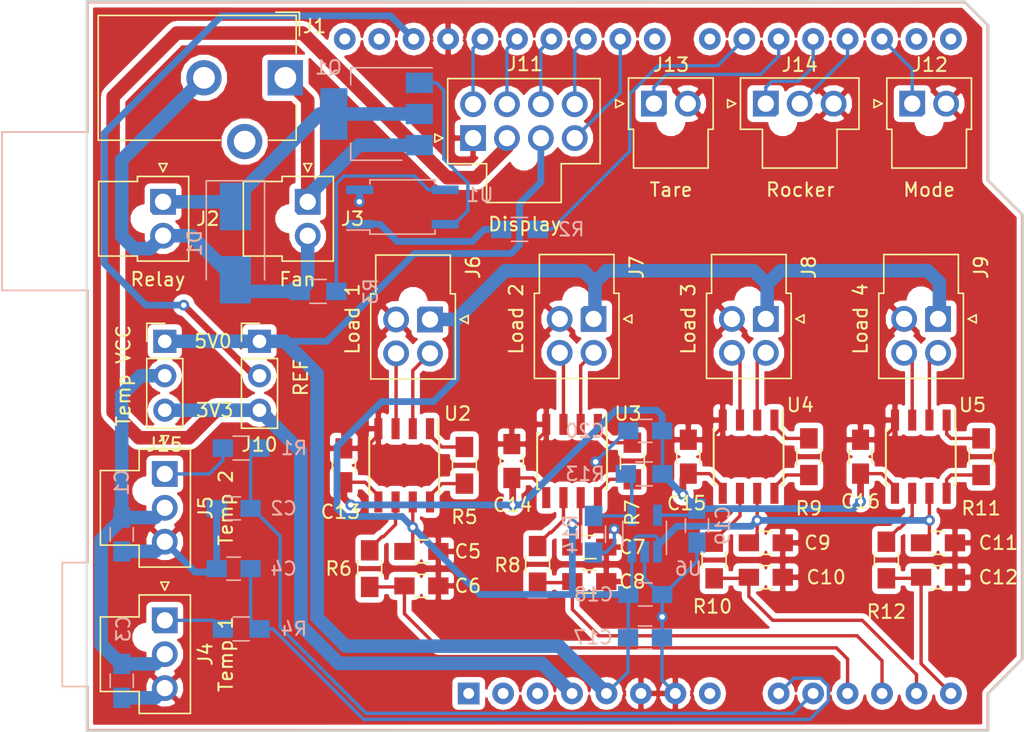
<source format=kicad_pcb>
(kicad_pcb (version 20171125) (host pcbnew no-vcs-found-76dbbfd~61~ubuntu17.04.1)
  (layers (0 F.Cu signal) (31 B.Cu signal) (34 B.Paste user) (35 F.Paste user) (36 B.SilkS user) (37 F.SilkS user) (38 B.Mask user) (39 F.Mask user) (44 Edge.Cuts user))
  (net 0 "")
  (net 1 "/Relay Interface/Coil+")
  (net 2 "/Relay Interface/Coil-")
  (net 3 "/Relay Interface/+12V_ISO")
  (net 4 /sheet5A46696F/Temp)
  (net 5 /sheet5A46696F/Temp_Out)
  (net 6 "Net-(R3-Pad1)")
  (net 7 "/Relay Interface/Relay_In")
  (net 8 "Net-(R2-Pad1)")
  (net 9 "/Temp Sensor Interface 2/Temp_Out")
  (net 10 "/Temp Sensor Interface 2/Temp")
  (net 11 "Net-(A1-Pad24)")
  (net 12 "Net-(A1-Pad25)")
  (net 13 "Net-(A1-Pad26)")
  (net 14 "Net-(A1-Pad28)")
  (net 15 "Net-(A1-Pad27)")
  (net 16 +5V)
  (net 17 +3V3)
  (net 18 GND)
  (net 19 /sheet5A4665A5/O-)
  (net 20 /sheet5A4665A5/O+)
  (net 21 "/Strain Gauge Interface 1/O+")
  (net 22 "/Strain Gauge Interface 1/O-")
  (net 23 /sheet5A466294/O-)
  (net 24 /sheet5A466294/O+)
  (net 25 /sheet5A4663CA/O+)
  (net 26 /sheet5A4663CA/O-)
  (net 27 "Net-(A1-Pad30)")
  (net 28 "Net-(A1-Pad18)")
  (net 29 "Net-(A1-Pad19)")
  (net 30 "Net-(A1-Pad17)")
  (net 31 "Net-(A1-Pad16)")
  (net 32 "Net-(A1-Pad15)")
  (net 33 /sheet5A4665A5/Weight_Out)
  (net 34 /sheet5A4663CA/Weight_Out)
  (net 35 /sheet5A466294/Weight_Out)
  (net 36 "/Strain Gauge Interface 1/Weight_Out")
  (net 37 "Net-(A1-Pad8)")
  (net 38 "Net-(A1-Pad23)")
  (net 39 "Net-(A1-Pad22)")
  (net 40 "Net-(A1-Pad3)")
  (net 41 "Net-(A1-Pad2)")
  (net 42 "Net-(A1-Pad1)")
  (net 43 "Net-(A1-Pad31)")
  (net 44 "Net-(A1-Pad32)")
  (net 45 "/Temp Sensor Interface 2/Power")
  (net 46 "Net-(J1-Pad3)")
  (net 47 "Net-(R9-Pad2)")
  (net 48 "Net-(R9-Pad1)")
  (net 49 "Net-(R12-Pad2)")
  (net 50 "Net-(R11-Pad2)")
  (net 51 "Net-(R11-Pad1)")
  (net 52 "Net-(R10-Pad2)")
  (net 53 "Net-(R7-Pad2)")
  (net 54 "Net-(R7-Pad1)")
  (net 55 "Net-(R6-Pad2)")
  (net 56 "Net-(R5-Pad2)")
  (net 57 "Net-(R5-Pad1)")
  (net 58 "Net-(R8-Pad2)")
  (net 59 "/Strain Gauge Interface 1/REF")
  (net 60 "Net-(R13-Pad2)")
  (net 61 "Net-(Q1-Pad1)")
  (net 62 "Net-(A1-Pad20)")
  (module Connectors_Molex:Molex_NanoFit_1x02x2.50mm_Straight (layer F.Cu) (at 97.663 72.644 270)
    (fp_text reference J3 (at 1.25 -3.302) (layer F.SilkS))
    (fp_text value Fan (at 5.715 0.762) (layer F.SilkS))
    (pad "" np_thru_hole circle (at 1.25 1.34 270) (size 1.3 1.3) (drill 1.3) (layers *.Cu *.Mask))
    (pad 2 thru_hole circle (at 2.5 0 270) (size 1.9 1.9) (drill 1.2) (layers *.Cu *.Mask) (net 2 "/Relay Interface/Coil-"))
    (pad 1 thru_hole rect (at 0 0 270) (size 1.9 1.9) (drill 1.2) (layers *.Cu *.Mask) (net 3 "/Relay Interface/+12V_ISO"))
  )
  (module Capacitors_SMD:C_0805_HandSoldering (layer B.Cu) (at 122.555 89.535 180)
    (fp_text reference C20 (at 4.445 0 180) (layer B.SilkS) (effects (justify mirror)))
    (fp_text value 10uF)
    (pad 1 smd rect (at -1.25 0 180) (size 1.5 1.25) (layers B.Cu B.Paste B.Mask) (net 59 "/Strain Gauge Interface 1/REF"))
    (pad 2 smd rect (at 1.25 0 180) (size 1.5 1.25) (layers B.Cu B.Paste B.Mask) (net 18 GND))
  )
  (module Capacitors_SMD:C_0805_HandSoldering (layer B.Cu) (at 126.365 96.52 270)
    (fp_text reference C19 (at 0 -1.905 90) (layer B.SilkS) (effects (justify mirror)))
    (fp_text value 0.1uF)
    (pad 2 smd rect (at 1.25 0 270) (size 1.5 1.25) (layers B.Cu B.Paste B.Mask) (net 18 GND))
    (pad 1 smd rect (at -1.25 0 270) (size 1.5 1.25) (layers B.Cu B.Paste B.Mask) (net 59 "/Strain Gauge Interface 1/REF"))
  )
  (module Capacitors_SMD:C_0805_HandSoldering (layer B.Cu) (at 122.555 101.6)
    (fp_text reference C18 (at -3.81 0) (layer B.SilkS) (effects (justify mirror)))
    (fp_text value 0.1uF)
    (pad 1 smd rect (at -1.25 0) (size 1.5 1.25) (layers B.Cu B.Paste B.Mask) (net 16 +5V))
    (pad 2 smd rect (at 1.25 0) (size 1.5 1.25) (layers B.Cu B.Paste B.Mask) (net 18 GND))
  )
  (module Capacitors_SMD:C_0805_HandSoldering (layer B.Cu) (at 122.535 104.775)
    (fp_text reference C17 (at -3.83 0) (layer B.SilkS) (effects (justify mirror)))
    (fp_text value 10uF)
    (pad 2 smd rect (at 1.25 0) (size 1.5 1.25) (layers B.Cu B.Paste B.Mask) (net 18 GND))
    (pad 1 smd rect (at -1.25 0) (size 1.5 1.25) (layers B.Cu B.Paste B.Mask) (net 16 +5V))
  )
  (module Resistors_SMD:R_0805_HandSoldering (layer B.Cu) (at 118.745 97.155 270)
    (fp_text reference R14 (at 0 1.7 270) (layer B.SilkS) (effects (justify mirror)))
    (fp_text value DNP)
    (pad 1 smd rect (at -1.35 0 270) (size 1.5 1.3) (layers B.Cu B.Paste B.Mask) (net 60 "Net-(R13-Pad2)"))
    (pad 2 smd rect (at 1.35 0 270) (size 1.5 1.3) (layers B.Cu B.Paste B.Mask) (net 18 GND))
  )
  (module Resistors_SMD:R_0805_HandSoldering (layer B.Cu) (at 122.475 92.71 180)
    (fp_text reference R13 (at 4.365 0 180) (layer B.SilkS) (effects (justify mirror)))
    (fp_text value DNP)
    (pad 2 smd rect (at 1.35 0 180) (size 1.5 1.3) (layers B.Cu B.Paste B.Mask) (net 60 "Net-(R13-Pad2)"))
    (pad 1 smd rect (at -1.35 0 180) (size 1.5 1.3) (layers B.Cu B.Paste B.Mask) (net 59 "/Strain Gauge Interface 1/REF"))
  )
  (module TO_SOT_Packages_SMD:SOT-23-5_HandSoldering (layer B.Cu) (at 122.5075 97.102857 90)
    (fp_text reference U6 (at -2.592143 3.2225 -180) (layer B.SilkS) (effects (justify mirror)))
    (fp_text value LDK320M18R)
    (pad 5 smd rect (at 1.35 0.95 90) (size 1.56 0.65) (layers B.Cu B.Paste B.Mask) (net 59 "/Strain Gauge Interface 1/REF"))
    (pad 4 smd rect (at 1.35 -0.95 90) (size 1.56 0.65) (layers B.Cu B.Paste B.Mask) (net 60 "Net-(R13-Pad2)"))
    (pad 3 smd rect (at -1.35 -0.95 90) (size 1.56 0.65) (layers B.Cu B.Paste B.Mask) (net 16 +5V))
    (pad 2 smd rect (at -1.35 0 90) (size 1.56 0.65) (layers B.Cu B.Paste B.Mask) (net 18 GND))
    (pad 1 smd rect (at -1.35 0.95 90) (size 1.56 0.65) (layers B.Cu B.Paste B.Mask) (net 16 +5V))
  )
  (module Connectors_Molex:Molex_NanoFit_1x02x2.50mm_Straight (layer F.Cu) (at 86.995 72.644 270)
    (fp_text reference J2 (at 1.25 -3.302) (layer F.SilkS))
    (fp_text value Relay (at 5.715 0.381) (layer F.SilkS))
    (pad 1 thru_hole rect (at 0 0 270) (size 1.9 1.9) (drill 1.2) (layers *.Cu *.Mask) (net 1 "/Relay Interface/Coil+"))
    (pad 2 thru_hole circle (at 2.5 0 270) (size 1.9 1.9) (drill 1.2) (layers *.Cu *.Mask) (net 2 "/Relay Interface/Coil-"))
    (pad "" np_thru_hole circle (at 1.25 1.34 270) (size 1.3 1.3) (drill 1.3) (layers *.Cu *.Mask))
  )
  (module Connectors_Molex:Molex_NanoFit_1x02x2.50mm_Straight (layer F.Cu) (at 123.19 65.405)
    (fp_text reference J13 (at 1.27 -2.8702) (layer F.SilkS))
    (fp_text value Tare (at 1.27 6.35) (layer F.SilkS))
    (pad "" np_thru_hole circle (at 1.25 1.34) (size 1.3 1.3) (drill 1.3) (layers *.Cu *.Mask))
    (pad 2 thru_hole circle (at 2.5 0) (size 1.9 1.9) (drill 1.2) (layers *.Cu *.Mask) (net 18 GND))
    (pad 1 thru_hole rect (at 0 0) (size 1.9 1.9) (drill 1.2) (layers *.Cu *.Mask) (net 62 "Net-(A1-Pad20)"))
  )
  (module Connectors_Molex:Molex_NanoFit_1x02x2.50mm_Straight (layer F.Cu) (at 142.24 65.405)
    (fp_text reference J12 (at 1.2954 -2.8702) (layer F.SilkS))
    (fp_text value Mode (at 1.25 6.35) (layer F.SilkS))
    (pad 1 thru_hole rect (at 0 0) (size 1.9 1.9) (drill 1.2) (layers *.Cu *.Mask) (net 30 "Net-(A1-Pad17)"))
    (pad 2 thru_hole circle (at 2.5 0) (size 1.9 1.9) (drill 1.2) (layers *.Cu *.Mask) (net 18 GND))
    (pad "" np_thru_hole circle (at 1.25 1.34) (size 1.3 1.3) (drill 1.3) (layers *.Cu *.Mask))
  )
  (module Connectors_Molex:Molex_NanoFit_1x03x2.50mm_Straight (layer F.Cu) (at 87.122 103.505 270)
    (fp_text reference J4 (at 2.5 -3 270) (layer F.SilkS))
    (fp_text value "Temp 1" (at 2.5 -4.5 270) (layer F.SilkS))
    (pad "" np_thru_hole circle (at 1.25 1.34 270) (size 1.3 1.3) (drill 1.3) (layers *.Cu *.Mask))
    (pad 3 thru_hole circle (at 5 0 270) (size 1.9 1.9) (drill 1.2) (layers *.Cu *.Mask) (net 18 GND))
    (pad 2 thru_hole circle (at 2.5 0 270) (size 1.9 1.9) (drill 1.2) (layers *.Cu *.Mask) (net 45 "/Temp Sensor Interface 2/Power"))
    (pad 1 thru_hole rect (at 0 0 270) (size 1.9 1.9) (drill 1.2) (layers *.Cu *.Mask) (net 4 /sheet5A46696F/Temp))
  )
  (module Connectors_Molex:Molex_NanoFit_1x03x2.50mm_Straight (layer F.Cu) (at 87.122 92.71 270)
    (fp_text reference J5 (at 2.5 -3 270) (layer F.SilkS))
    (fp_text value "Temp 2" (at 2.5 -4.5 270) (layer F.SilkS))
    (pad 1 thru_hole rect (at 0 0 270) (size 1.9 1.9) (drill 1.2) (layers *.Cu *.Mask) (net 10 "/Temp Sensor Interface 2/Temp"))
    (pad 2 thru_hole circle (at 2.5 0 270) (size 1.9 1.9) (drill 1.2) (layers *.Cu *.Mask) (net 45 "/Temp Sensor Interface 2/Power"))
    (pad 3 thru_hole circle (at 5 0 270) (size 1.9 1.9) (drill 1.2) (layers *.Cu *.Mask) (net 18 GND))
    (pad "" np_thru_hole circle (at 1.25 1.34 270) (size 1.3 1.3) (drill 1.3) (layers *.Cu *.Mask))
  )
  (module Connectors_Molex:Molex_NanoFit_1x03x2.50mm_Straight (layer F.Cu) (at 131.445 65.405)
    (fp_text reference J14 (at 2.5 -2.8702) (layer F.SilkS))
    (fp_text value Rocker (at 2.54 6.35) (layer F.SilkS))
    (pad "" np_thru_hole circle (at 1.25 1.34) (size 1.3 1.3) (drill 1.3) (layers *.Cu *.Mask))
    (pad 3 thru_hole circle (at 5 0) (size 1.9 1.9) (drill 1.2) (layers *.Cu *.Mask) (net 18 GND))
    (pad 2 thru_hole circle (at 2.5 0) (size 1.9 1.9) (drill 1.2) (layers *.Cu *.Mask) (net 28 "Net-(A1-Pad18)"))
    (pad 1 thru_hole rect (at 0 0) (size 1.9 1.9) (drill 1.2) (layers *.Cu *.Mask) (net 29 "Net-(A1-Pad19)"))
  )
  (module Connectors_Molex:Molex_NanoFit_2x02x2.50mm_Straight (layer F.Cu) (at 131.445 81.28 180)
    (fp_text reference J8 (at -3.175 3.81 90) (layer F.SilkS))
    (fp_text value "Load 3" (at 5.715 0 270) (layer F.SilkS))
    (pad 1 thru_hole rect (at 0 0 180) (size 1.9 1.9) (drill 1.2) (layers *.Cu *.Mask) (net 16 +5V))
    (pad 2 thru_hole circle (at 2.5 0 180) (size 1.9 1.9) (drill 1.2) (layers *.Cu *.Mask) (net 18 GND))
    (pad 3 thru_hole circle (at 0 -2.5 180) (size 1.9 1.9) (drill 1.2) (layers *.Cu *.Mask) (net 26 /sheet5A4663CA/O-))
    (pad 4 thru_hole circle (at 2.5 -2.5 180) (size 1.9 1.9) (drill 1.2) (layers *.Cu *.Mask) (net 25 /sheet5A4663CA/O+))
    (pad "" np_thru_hole circle (at 1.25 1.34 180) (size 1.3 1.3) (drill 1.3) (layers *.Cu *.Mask))
  )
  (module Connectors_Molex:Molex_NanoFit_2x02x2.50mm_Straight (layer F.Cu) (at 144.145 81.28 180)
    (fp_text reference J9 (at -3.175 3.81 90) (layer F.SilkS))
    (fp_text value "Load 4" (at 5.715 0 270) (layer F.SilkS))
    (pad "" np_thru_hole circle (at 1.25 1.34 180) (size 1.3 1.3) (drill 1.3) (layers *.Cu *.Mask))
    (pad 4 thru_hole circle (at 2.5 -2.5 180) (size 1.9 1.9) (drill 1.2) (layers *.Cu *.Mask) (net 20 /sheet5A4665A5/O+))
    (pad 3 thru_hole circle (at 0 -2.5 180) (size 1.9 1.9) (drill 1.2) (layers *.Cu *.Mask) (net 19 /sheet5A4665A5/O-))
    (pad 2 thru_hole circle (at 2.5 0 180) (size 1.9 1.9) (drill 1.2) (layers *.Cu *.Mask) (net 18 GND))
    (pad 1 thru_hole rect (at 0 0 180) (size 1.9 1.9) (drill 1.2) (layers *.Cu *.Mask) (net 16 +5V))
  )
  (module Connectors_Molex:Molex_NanoFit_2x02x2.50mm_Straight (layer F.Cu) (at 106.68 81.32 180)
    (fp_text reference J6 (at -3.175 3.85 270) (layer F.SilkS))
    (fp_text value "Load 1" (at 5.715 0.04 270) (layer F.SilkS))
    (pad 1 thru_hole rect (at 0 0 180) (size 1.9 1.9) (drill 1.2) (layers *.Cu *.Mask) (net 16 +5V))
    (pad 2 thru_hole circle (at 2.5 0 180) (size 1.9 1.9) (drill 1.2) (layers *.Cu *.Mask) (net 18 GND))
    (pad 3 thru_hole circle (at 0 -2.5 180) (size 1.9 1.9) (drill 1.2) (layers *.Cu *.Mask) (net 22 "/Strain Gauge Interface 1/O-"))
    (pad 4 thru_hole circle (at 2.5 -2.5 180) (size 1.9 1.9) (drill 1.2) (layers *.Cu *.Mask) (net 21 "/Strain Gauge Interface 1/O+"))
    (pad "" np_thru_hole circle (at 1.25 1.34 180) (size 1.3 1.3) (drill 1.3) (layers *.Cu *.Mask))
  )
  (module Connectors_Molex:Molex_NanoFit_2x02x2.50mm_Straight (layer F.Cu) (at 118.745 81.28 180)
    (fp_text reference J7 (at -3.175 3.81 90) (layer F.SilkS))
    (fp_text value "Load 2" (at 5.715 0 270) (layer F.SilkS))
    (pad "" np_thru_hole circle (at 1.25 1.34 180) (size 1.3 1.3) (drill 1.3) (layers *.Cu *.Mask))
    (pad 4 thru_hole circle (at 2.5 -2.5 180) (size 1.9 1.9) (drill 1.2) (layers *.Cu *.Mask) (net 24 /sheet5A466294/O+))
    (pad 3 thru_hole circle (at 0 -2.5 180) (size 1.9 1.9) (drill 1.2) (layers *.Cu *.Mask) (net 23 /sheet5A466294/O-))
    (pad 2 thru_hole circle (at 2.5 0 180) (size 1.9 1.9) (drill 1.2) (layers *.Cu *.Mask) (net 18 GND))
    (pad 1 thru_hole rect (at 0 0 180) (size 1.9 1.9) (drill 1.2) (layers *.Cu *.Mask) (net 16 +5V))
  )
  (module Connectors_Molex:Molex_NanoFit_2x04x2.50mm_Straight (layer F.Cu) (at 109.855 67.945)
    (fp_text reference J11 (at 3.81 -5.461) (layer F.SilkS))
    (fp_text value Display (at 3.81 6.35) (layer F.SilkS))
    (pad "" np_thru_hole circle (at 3.75 1.34) (size 1.3 1.3) (drill 1.3) (layers *.Cu *.Mask))
    (pad 8 thru_hole circle (at 7.5 -2.5) (size 1.9 1.9) (drill 1.2) (layers *.Cu *.Mask) (net 12 "Net-(A1-Pad25)"))
    (pad 7 thru_hole circle (at 5 -2.5) (size 1.9 1.9) (drill 1.2) (layers *.Cu *.Mask) (net 13 "Net-(A1-Pad26)"))
    (pad 6 thru_hole circle (at 2.5 -2.5) (size 1.9 1.9) (drill 1.2) (layers *.Cu *.Mask) (net 15 "Net-(A1-Pad27)"))
    (pad 5 thru_hole circle (at 0 -2.5) (size 1.9 1.9) (drill 1.2) (layers *.Cu *.Mask) (net 14 "Net-(A1-Pad28)"))
    (pad 4 thru_hole circle (at 7.5 0) (size 1.9 1.9) (drill 1.2) (layers *.Cu *.Mask) (net 11 "Net-(A1-Pad24)"))
    (pad 3 thru_hole circle (at 5 0) (size 1.9 1.9) (drill 1.2) (layers *.Cu *.Mask) (net 16 +5V))
    (pad 2 thru_hole circle (at 2.5 0) (size 1.9 1.9) (drill 1.2) (layers *.Cu *.Mask) (net 17 +3V3))
    (pad 1 thru_hole rect (at 0 0) (size 1.9 1.9) (drill 1.2) (layers *.Cu *.Mask) (net 18 GND))
  )
  (module Pin_Headers:Pin_Header_Straight_1x03_Pitch2.54mm (layer F.Cu) (at 87.122 82.931)
    (fp_text reference J15 (at 0 7.62) (layer F.SilkS))
    (fp_text value "Temp VCC" (at -3.048 2.54 90) (layer F.SilkS))
    (pad 1 thru_hole rect (at 0 0) (size 1.7 1.7) (drill 1) (layers *.Cu *.Mask) (net 16 +5V))
    (pad 2 thru_hole oval (at 0 2.54) (size 1.7 1.7) (drill 1) (layers *.Cu *.Mask) (net 45 "/Temp Sensor Interface 2/Power"))
    (pad 3 thru_hole oval (at 0 5.08) (size 1.7 1.7) (drill 1) (layers *.Cu *.Mask) (net 17 +3V3))
  )
  (module Housings_SOIC:SO-4_4.4x3.6mm_Pitch2.54mm (layer B.Cu) (at 104.648 73.025)
    (fp_text reference U1 (at 5.715 -0.889 180) (layer B.SilkS) (effects (justify mirror)))
    (fp_text value FOD817D3SD)
    (pad 4 smd rect (at 3.15 1.27) (size 2 0.64) (layers B.Cu B.Paste B.Mask) (net 61 "Net-(Q1-Pad1)"))
    (pad 3 smd rect (at 3.15 -1.27) (size 2 0.64) (layers B.Cu B.Paste B.Mask) (net 6 "Net-(R3-Pad1)"))
    (pad 2 smd rect (at -3.15 -1.27) (size 2 0.64) (layers B.Cu B.Paste B.Mask) (net 18 GND))
    (pad 1 smd rect (at -3.15 1.27) (size 2 0.64) (layers B.Cu B.Paste B.Mask) (net 8 "Net-(R2-Pad1)"))
  )
  (module TO_SOT_Packages_SMD:SOT-223-3_TabPin2 (layer B.Cu) (at 102.743 66.167 180)
    (fp_text reference Q1 (at 3.556 3.429) (layer B.SilkS) (effects (justify mirror)))
    (fp_text value BCP51)
    (pad 1 smd rect (at -3.15 2.3 180) (size 2 1.5) (layers B.Cu B.Paste B.Mask) (net 61 "Net-(Q1-Pad1)"))
    (pad 3 smd rect (at -3.15 -2.3 180) (size 2 1.5) (layers B.Cu B.Paste B.Mask) (net 3 "/Relay Interface/+12V_ISO"))
    (pad 2 smd rect (at -3.15 0 180) (size 2 1.5) (layers B.Cu B.Paste B.Mask) (net 1 "/Relay Interface/Coil+"))
    (pad 2 smd rect (at 3.15 0 180) (size 2 3.8) (layers B.Cu B.Paste B.Mask) (net 1 "/Relay Interface/Coil+"))
  )
  (module Capacitors_SMD:C_0805_HandSoldering (layer F.Cu) (at 100.33 92.075 90)
    (fp_text reference C13 (at -3.429 -0.254 180) (layer F.SilkS))
    (fp_text value 1uF)
    (pad 1 smd rect (at -1.25 0 90) (size 1.5 1.25) (layers F.Cu F.Paste F.Mask) (net 59 "/Strain Gauge Interface 1/REF"))
    (pad 2 smd rect (at 1.25 0 90) (size 1.5 1.25) (layers F.Cu F.Paste F.Mask) (net 18 GND))
  )
  (module Capacitors_SMD:C_0805_HandSoldering (layer F.Cu) (at 112.7125 91.7575 90)
    (fp_text reference C14 (at -3.2385 0.0635) (layer F.SilkS))
    (fp_text value 1uF)
    (pad 2 smd rect (at 1.25 0 90) (size 1.5 1.25) (layers F.Cu F.Paste F.Mask) (net 18 GND))
    (pad 1 smd rect (at -1.25 0 90) (size 1.5 1.25) (layers F.Cu F.Paste F.Mask) (net 59 "/Strain Gauge Interface 1/REF"))
  )
  (module Capacitors_SMD:C_0805_HandSoldering (layer F.Cu) (at 125.73 91.44 90)
    (fp_text reference C15 (at -3.429 -0.127 180) (layer F.SilkS))
    (fp_text value 1uF)
    (pad 1 smd rect (at -1.25 0 90) (size 1.5 1.25) (layers F.Cu F.Paste F.Mask) (net 59 "/Strain Gauge Interface 1/REF"))
    (pad 2 smd rect (at 1.25 0 90) (size 1.5 1.25) (layers F.Cu F.Paste F.Mask) (net 18 GND))
  )
  (module Capacitors_SMD:C_0805_HandSoldering (layer F.Cu) (at 138.43 91.44 90)
    (fp_text reference C16 (at -3.302 0 180) (layer F.SilkS))
    (fp_text value 1uF)
    (pad 2 smd rect (at 1.25 0 90) (size 1.5 1.25) (layers F.Cu F.Paste F.Mask) (net 18 GND))
    (pad 1 smd rect (at -1.25 0 90) (size 1.5 1.25) (layers F.Cu F.Paste F.Mask) (net 59 "/Strain Gauge Interface 1/REF"))
  )
  (module Diodes_SMD:D_SMB_Handsoldering (layer B.Cu) (at 92.329 75.692 270)
    (fp_text reference D1 (at 0 3 270) (layer B.SilkS) (effects (justify mirror)))
    (fp_text value B220)
    (pad 2 smd rect (at 2.7 0 270) (size 3.5 2.3) (layers B.Cu B.Paste B.Mask) (net 2 "/Relay Interface/Coil-"))
    (pad 1 smd rect (at -2.7 0 270) (size 3.5 2.3) (layers B.Cu B.Paste B.Mask) (net 1 "/Relay Interface/Coil+"))
  )
  (module Capacitors_SMD:C_0805_HandSoldering (layer F.Cu) (at 106.045 98.425)
    (fp_text reference C5 (at 3.429 0 180) (layer F.SilkS))
    (fp_text value 0.1uF)
    (pad 1 smd rect (at -1.25 0) (size 1.5 1.25) (layers F.Cu F.Paste F.Mask) (net 16 +5V))
    (pad 2 smd rect (at 1.25 0) (size 1.5 1.25) (layers F.Cu F.Paste F.Mask) (net 18 GND))
  )
  (module Capacitors_SMD:C_0805_HandSoldering (layer F.Cu) (at 106.045 100.965)
    (fp_text reference C6 (at 3.429 0 180) (layer F.SilkS))
    (fp_text value 1uF)
    (pad 2 smd rect (at 1.25 0) (size 1.5 1.25) (layers F.Cu F.Paste F.Mask) (net 18 GND))
    (pad 1 smd rect (at -1.25 0) (size 1.5 1.25) (layers F.Cu F.Paste F.Mask) (net 36 "/Strain Gauge Interface 1/Weight_Out"))
  )
  (module Capacitors_SMD:C_0805_HandSoldering (layer F.Cu) (at 118.4275 98.1075)
    (fp_text reference C7 (at 3.175 0 180) (layer F.SilkS))
    (fp_text value 0.1uF)
    (pad 1 smd rect (at -1.25 0) (size 1.5 1.25) (layers F.Cu F.Paste F.Mask) (net 16 +5V))
    (pad 2 smd rect (at 1.25 0) (size 1.5 1.25) (layers F.Cu F.Paste F.Mask) (net 18 GND))
  )
  (module Capacitors_SMD:C_0805_HandSoldering (layer F.Cu) (at 118.4275 100.6475)
    (fp_text reference C8 (at 3.175 0 180) (layer F.SilkS))
    (fp_text value 1uF)
    (pad 2 smd rect (at 1.25 0) (size 1.5 1.25) (layers F.Cu F.Paste F.Mask) (net 18 GND))
    (pad 1 smd rect (at -1.25 0) (size 1.5 1.25) (layers F.Cu F.Paste F.Mask) (net 35 /sheet5A466294/Weight_Out))
  )
  (module Capacitors_SMD:C_0805_HandSoldering (layer F.Cu) (at 131.445 97.79)
    (fp_text reference C9 (at 3.81 0) (layer F.SilkS))
    (fp_text value 0.1uF)
    (pad 1 smd rect (at -1.25 0) (size 1.5 1.25) (layers F.Cu F.Paste F.Mask) (net 16 +5V))
    (pad 2 smd rect (at 1.25 0) (size 1.5 1.25) (layers F.Cu F.Paste F.Mask) (net 18 GND))
  )
  (module Capacitors_SMD:C_0805_HandSoldering (layer F.Cu) (at 131.445 100.33)
    (fp_text reference C10 (at 4.445 0) (layer F.SilkS))
    (fp_text value 1uF)
    (pad 2 smd rect (at 1.25 0) (size 1.5 1.25) (layers F.Cu F.Paste F.Mask) (net 18 GND))
    (pad 1 smd rect (at -1.25 0) (size 1.5 1.25) (layers F.Cu F.Paste F.Mask) (net 34 /sheet5A4663CA/Weight_Out))
  )
  (module Capacitors_SMD:C_0805_HandSoldering (layer F.Cu) (at 144.145 97.79)
    (fp_text reference C11 (at 4.445 0) (layer F.SilkS))
    (fp_text value 0.1uF)
    (pad 1 smd rect (at -1.25 0) (size 1.5 1.25) (layers F.Cu F.Paste F.Mask) (net 16 +5V))
    (pad 2 smd rect (at 1.25 0) (size 1.5 1.25) (layers F.Cu F.Paste F.Mask) (net 18 GND))
  )
  (module Capacitors_SMD:C_0805_HandSoldering (layer F.Cu) (at 144.145 100.33)
    (fp_text reference C12 (at 4.445 0) (layer F.SilkS))
    (fp_text value 1uF)
    (pad 2 smd rect (at 1.25 0) (size 1.5 1.25) (layers F.Cu F.Paste F.Mask) (net 18 GND))
    (pad 1 smd rect (at -1.25 0) (size 1.5 1.25) (layers F.Cu F.Paste F.Mask) (net 33 /sheet5A4665A5/Weight_Out))
  )
  (module Housings_SOIC:SOIC-8_3.9x4.9mm_Pitch1.27mm (layer F.Cu) (at 117.1575 91.7575 270)
    (fp_text reference U3 (at -3.4925 -4.1275) (layer F.SilkS))
    (fp_text value INA828)
    (pad 1 smd rect (at -2.7 -1.905 270) (size 1.55 0.6) (layers F.Cu F.Paste F.Mask) (net 54 "Net-(R7-Pad1)"))
    (pad 2 smd rect (at -2.7 -0.635 270) (size 1.55 0.6) (layers F.Cu F.Paste F.Mask) (net 23 /sheet5A466294/O-))
    (pad 3 smd rect (at -2.7 0.635 270) (size 1.55 0.6) (layers F.Cu F.Paste F.Mask) (net 24 /sheet5A466294/O+))
    (pad 4 smd rect (at -2.7 1.905 270) (size 1.55 0.6) (layers F.Cu F.Paste F.Mask) (net 18 GND))
    (pad 5 smd rect (at 2.7 1.905 270) (size 1.55 0.6) (layers F.Cu F.Paste F.Mask) (net 59 "/Strain Gauge Interface 1/REF"))
    (pad 6 smd rect (at 2.7 0.635 270) (size 1.55 0.6) (layers F.Cu F.Paste F.Mask) (net 58 "Net-(R8-Pad2)"))
    (pad 7 smd rect (at 2.7 -0.635 270) (size 1.55 0.6) (layers F.Cu F.Paste F.Mask) (net 16 +5V))
    (pad 8 smd rect (at 2.7 -1.905 270) (size 1.55 0.6) (layers F.Cu F.Paste F.Mask) (net 53 "Net-(R7-Pad2)"))
  )
  (module Housings_SOIC:SOIC-8_3.9x4.9mm_Pitch1.27mm (layer F.Cu) (at 104.775 92.075 270)
    (fp_text reference U2 (at -3.81 -3.937) (layer F.SilkS))
    (fp_text value INA828)
    (pad 8 smd rect (at 2.7 -1.905 270) (size 1.55 0.6) (layers F.Cu F.Paste F.Mask) (net 56 "Net-(R5-Pad2)"))
    (pad 7 smd rect (at 2.7 -0.635 270) (size 1.55 0.6) (layers F.Cu F.Paste F.Mask) (net 16 +5V))
    (pad 6 smd rect (at 2.7 0.635 270) (size 1.55 0.6) (layers F.Cu F.Paste F.Mask) (net 55 "Net-(R6-Pad2)"))
    (pad 5 smd rect (at 2.7 1.905 270) (size 1.55 0.6) (layers F.Cu F.Paste F.Mask) (net 59 "/Strain Gauge Interface 1/REF"))
    (pad 4 smd rect (at -2.7 1.905 270) (size 1.55 0.6) (layers F.Cu F.Paste F.Mask) (net 18 GND))
    (pad 3 smd rect (at -2.7 0.635 270) (size 1.55 0.6) (layers F.Cu F.Paste F.Mask) (net 21 "/Strain Gauge Interface 1/O+"))
    (pad 2 smd rect (at -2.7 -0.635 270) (size 1.55 0.6) (layers F.Cu F.Paste F.Mask) (net 22 "/Strain Gauge Interface 1/O-"))
    (pad 1 smd rect (at -2.7 -1.905 270) (size 1.55 0.6) (layers F.Cu F.Paste F.Mask) (net 57 "Net-(R5-Pad1)"))
  )
  (module Housings_SOIC:SOIC-8_3.9x4.9mm_Pitch1.27mm (layer F.Cu) (at 130.175 91.44 270)
    (fp_text reference U4 (at -3.81 -3.81) (layer F.SilkS))
    (fp_text value INA828)
    (pad 1 smd rect (at -2.7 -1.905 270) (size 1.55 0.6) (layers F.Cu F.Paste F.Mask) (net 48 "Net-(R9-Pad1)"))
    (pad 2 smd rect (at -2.7 -0.635 270) (size 1.55 0.6) (layers F.Cu F.Paste F.Mask) (net 26 /sheet5A4663CA/O-))
    (pad 3 smd rect (at -2.7 0.635 270) (size 1.55 0.6) (layers F.Cu F.Paste F.Mask) (net 25 /sheet5A4663CA/O+))
    (pad 4 smd rect (at -2.7 1.905 270) (size 1.55 0.6) (layers F.Cu F.Paste F.Mask) (net 18 GND))
    (pad 5 smd rect (at 2.7 1.905 270) (size 1.55 0.6) (layers F.Cu F.Paste F.Mask) (net 59 "/Strain Gauge Interface 1/REF"))
    (pad 6 smd rect (at 2.7 0.635 270) (size 1.55 0.6) (layers F.Cu F.Paste F.Mask) (net 52 "Net-(R10-Pad2)"))
    (pad 7 smd rect (at 2.7 -0.635 270) (size 1.55 0.6) (layers F.Cu F.Paste F.Mask) (net 16 +5V))
    (pad 8 smd rect (at 2.7 -1.905 270) (size 1.55 0.6) (layers F.Cu F.Paste F.Mask) (net 47 "Net-(R9-Pad2)"))
  )
  (module Housings_SOIC:SOIC-8_3.9x4.9mm_Pitch1.27mm (layer F.Cu) (at 142.875 91.44 270)
    (fp_text reference U5 (at -3.81 -3.81) (layer F.SilkS))
    (fp_text value INA828)
    (pad 8 smd rect (at 2.7 -1.905 270) (size 1.55 0.6) (layers F.Cu F.Paste F.Mask) (net 50 "Net-(R11-Pad2)"))
    (pad 7 smd rect (at 2.7 -0.635 270) (size 1.55 0.6) (layers F.Cu F.Paste F.Mask) (net 16 +5V))
    (pad 6 smd rect (at 2.7 0.635 270) (size 1.55 0.6) (layers F.Cu F.Paste F.Mask) (net 49 "Net-(R12-Pad2)"))
    (pad 5 smd rect (at 2.7 1.905 270) (size 1.55 0.6) (layers F.Cu F.Paste F.Mask) (net 59 "/Strain Gauge Interface 1/REF"))
    (pad 4 smd rect (at -2.7 1.905 270) (size 1.55 0.6) (layers F.Cu F.Paste F.Mask) (net 18 GND))
    (pad 3 smd rect (at -2.7 0.635 270) (size 1.55 0.6) (layers F.Cu F.Paste F.Mask) (net 20 /sheet5A4665A5/O+))
    (pad 2 smd rect (at -2.7 -0.635 270) (size 1.55 0.6) (layers F.Cu F.Paste F.Mask) (net 19 /sheet5A4665A5/O-))
    (pad 1 smd rect (at -2.7 -1.905 270) (size 1.55 0.6) (layers F.Cu F.Paste F.Mask) (net 51 "Net-(R11-Pad1)"))
  )
  (module Resistors_SMD:R_0805_HandSoldering (layer F.Cu) (at 114.6175 99.3775 90)
    (fp_text reference R8 (at -0.0635 -2.2225 180) (layer F.SilkS))
    (fp_text value 10k)
    (pad 1 smd rect (at -1.35 0 90) (size 1.5 1.3) (layers F.Cu F.Paste F.Mask) (net 35 /sheet5A466294/Weight_Out))
    (pad 2 smd rect (at 1.35 0 90) (size 1.5 1.3) (layers F.Cu F.Paste F.Mask) (net 58 "Net-(R8-Pad2)"))
  )
  (module Resistors_SMD:R_0805_HandSoldering (layer F.Cu) (at 109.22 92.075 270)
    (fp_text reference R5 (at 3.81 0) (layer F.SilkS))
    (fp_text value 75.0)
    (pad 2 smd rect (at 1.35 0 270) (size 1.5 1.3) (layers F.Cu F.Paste F.Mask) (net 56 "Net-(R5-Pad2)"))
    (pad 1 smd rect (at -1.35 0 270) (size 1.5 1.3) (layers F.Cu F.Paste F.Mask) (net 57 "Net-(R5-Pad1)"))
  )
  (module Resistors_SMD:R_0805_HandSoldering (layer F.Cu) (at 102.235 99.695 90)
    (fp_text reference R6 (at 0 -2.286 180) (layer F.SilkS))
    (fp_text value 10k)
    (pad 1 smd rect (at -1.35 0 90) (size 1.5 1.3) (layers F.Cu F.Paste F.Mask) (net 36 "/Strain Gauge Interface 1/Weight_Out"))
    (pad 2 smd rect (at 1.35 0 90) (size 1.5 1.3) (layers F.Cu F.Paste F.Mask) (net 55 "Net-(R6-Pad2)"))
  )
  (module Resistors_SMD:R_0805_HandSoldering (layer F.Cu) (at 121.6025 91.7575 270)
    (fp_text reference R7 (at 3.81 0 90) (layer F.SilkS))
    (fp_text value 75.0)
    (pad 2 smd rect (at 1.35 0 270) (size 1.5 1.3) (layers F.Cu F.Paste F.Mask) (net 53 "Net-(R7-Pad2)"))
    (pad 1 smd rect (at -1.35 0 270) (size 1.5 1.3) (layers F.Cu F.Paste F.Mask) (net 54 "Net-(R7-Pad1)"))
  )
  (module Resistors_SMD:R_0805_HandSoldering (layer F.Cu) (at 127.635 99.06 90)
    (fp_text reference R10 (at -3.429 -0.127) (layer F.SilkS))
    (fp_text value 10k)
    (pad 1 smd rect (at -1.35 0 90) (size 1.5 1.3) (layers F.Cu F.Paste F.Mask) (net 34 /sheet5A4663CA/Weight_Out))
    (pad 2 smd rect (at 1.35 0 90) (size 1.5 1.3) (layers F.Cu F.Paste F.Mask) (net 52 "Net-(R10-Pad2)"))
  )
  (module Resistors_SMD:R_0805_HandSoldering (layer F.Cu) (at 147.32 91.44 270)
    (fp_text reference R11 (at 3.81 0) (layer F.SilkS))
    (fp_text value 75.0)
    (pad 2 smd rect (at 1.35 0 270) (size 1.5 1.3) (layers F.Cu F.Paste F.Mask) (net 50 "Net-(R11-Pad2)"))
    (pad 1 smd rect (at -1.35 0 270) (size 1.5 1.3) (layers F.Cu F.Paste F.Mask) (net 51 "Net-(R11-Pad1)"))
  )
  (module Resistors_SMD:R_0805_HandSoldering (layer F.Cu) (at 140.335 99.06 90)
    (fp_text reference R12 (at -3.81 0 180) (layer F.SilkS))
    (fp_text value 10k)
    (pad 1 smd rect (at -1.35 0 90) (size 1.5 1.3) (layers F.Cu F.Paste F.Mask) (net 33 /sheet5A4665A5/Weight_Out))
    (pad 2 smd rect (at 1.35 0 90) (size 1.5 1.3) (layers F.Cu F.Paste F.Mask) (net 49 "Net-(R12-Pad2)"))
  )
  (module Resistors_SMD:R_0805_HandSoldering (layer F.Cu) (at 134.62 91.44 270)
    (fp_text reference R9 (at 3.81 0) (layer F.SilkS))
    (fp_text value 75.0)
    (pad 2 smd rect (at 1.35 0 270) (size 1.5 1.3) (layers F.Cu F.Paste F.Mask) (net 47 "Net-(R9-Pad2)"))
    (pad 1 smd rect (at -1.35 0 270) (size 1.5 1.3) (layers F.Cu F.Paste F.Mask) (net 48 "Net-(R9-Pad1)"))
  )
  (module Capacitors_SMD:C_0805_HandSoldering (layer B.Cu) (at 83.947 97.175 270)
    (fp_text reference C1 (at -3.83 0 270) (layer B.SilkS) (effects (justify mirror)))
    (fp_text value 0.1uF)
    (pad 1 smd rect (at -1.25 0 270) (size 1.5 1.25) (layers B.Cu B.Paste B.Mask) (net 45 "/Temp Sensor Interface 2/Power"))
    (pad 2 smd rect (at 1.25 0 270) (size 1.5 1.25) (layers B.Cu B.Paste B.Mask) (net 18 GND))
  )
  (module Capacitors_SMD:C_0805_HandSoldering (layer B.Cu) (at 92.202 95.25 180)
    (fp_text reference C2 (at -3.683 0 180) (layer B.SilkS) (effects (justify mirror)))
    (fp_text value 0.1uF)
    (pad 2 smd rect (at 1.25 0 180) (size 1.5 1.25) (layers B.Cu B.Paste B.Mask) (net 18 GND))
    (pad 1 smd rect (at -1.25 0 180) (size 1.5 1.25) (layers B.Cu B.Paste B.Mask) (net 9 "/Temp Sensor Interface 2/Temp_Out"))
  )
  (module Capacitors_SMD:C_0805_HandSoldering (layer B.Cu) (at 83.947 107.97 270)
    (fp_text reference C3 (at -3.83 -0.127 270) (layer B.SilkS) (effects (justify mirror)))
    (fp_text value 0.1uF)
    (pad 1 smd rect (at -1.25 0 270) (size 1.5 1.25) (layers B.Cu B.Paste B.Mask) (net 45 "/Temp Sensor Interface 2/Power"))
    (pad 2 smd rect (at 1.25 0 270) (size 1.5 1.25) (layers B.Cu B.Paste B.Mask) (net 18 GND))
  )
  (module Capacitors_SMD:C_0805_HandSoldering (layer B.Cu) (at 92.202 99.695 180)
    (fp_text reference C4 (at -3.683 0 180) (layer B.SilkS) (effects (justify mirror)))
    (fp_text value 0.1uF)
    (pad 2 smd rect (at 1.25 0 180) (size 1.5 1.25) (layers B.Cu B.Paste B.Mask) (net 18 GND))
    (pad 1 smd rect (at -1.25 0 180) (size 1.5 1.25) (layers B.Cu B.Paste B.Mask) (net 5 /sheet5A46696F/Temp_Out))
  )
  (module Connectors:Barrel_Jack_CUI_PJ-102AH (layer F.Cu) (at 96.012 63.5 270)
    (fp_text reference J1 (at -3.81 -2.159) (layer F.SilkS))
    (fp_text value Barrel_Jack)
    (pad 3 thru_hole circle (at 4.7 3 270) (size 2.6 2.6) (drill 1.6) (layers *.Cu *.Mask) (net 46 "Net-(J1-Pad3)"))
    (pad 2 thru_hole circle (at 0 6 270) (size 2.6 2.6) (drill 1.6) (layers *.Cu *.Mask) (net 2 "/Relay Interface/Coil-"))
    (pad 1 thru_hole rect (at 0 0 270) (size 2.6 2.6) (drill 1.6) (layers *.Cu *.Mask) (net 3 "/Relay Interface/+12V_ISO"))
  )
  (module Modules:Arduino_UNO_R3 (layer B.Cu) (at 109.535001 108.8975)
    (fp_text reference A1 hide)
    (fp_text value Arduino_UNO_R3)
    (pad 16 thru_hole oval (at 33.02 -48.26 270) (size 1.6 1.6) (drill 0.8) (layers *.Cu *.Mask) (net 31 "Net-(A1-Pad16)"))
    (pad 15 thru_hole oval (at 35.56 -48.26 270) (size 1.6 1.6) (drill 0.8) (layers *.Cu *.Mask) (net 32 "Net-(A1-Pad15)"))
    (pad 30 thru_hole oval (at -4.06 -48.26 270) (size 1.6 1.6) (drill 0.8) (layers *.Cu *.Mask) (net 27 "Net-(A1-Pad30)"))
    (pad 14 thru_hole oval (at 35.56 0 270) (size 1.6 1.6) (drill 0.8) (layers *.Cu *.Mask) (net 33 /sheet5A4665A5/Weight_Out))
    (pad 29 thru_hole oval (at -1.52 -48.26 270) (size 1.6 1.6) (drill 0.8) (layers *.Cu *.Mask) (net 18 GND))
    (pad 13 thru_hole oval (at 33.02 0 270) (size 1.6 1.6) (drill 0.8) (layers *.Cu *.Mask) (net 34 /sheet5A4663CA/Weight_Out))
    (pad 28 thru_hole oval (at 1.02 -48.26 270) (size 1.6 1.6) (drill 0.8) (layers *.Cu *.Mask) (net 14 "Net-(A1-Pad28)"))
    (pad 12 thru_hole oval (at 30.48 0 270) (size 1.6 1.6) (drill 0.8) (layers *.Cu *.Mask) (net 35 /sheet5A466294/Weight_Out))
    (pad 27 thru_hole oval (at 3.56 -48.26 270) (size 1.6 1.6) (drill 0.8) (layers *.Cu *.Mask) (net 15 "Net-(A1-Pad27)"))
    (pad 11 thru_hole oval (at 27.94 0 270) (size 1.6 1.6) (drill 0.8) (layers *.Cu *.Mask) (net 36 "/Strain Gauge Interface 1/Weight_Out"))
    (pad 26 thru_hole oval (at 6.1 -48.26 270) (size 1.6 1.6) (drill 0.8) (layers *.Cu *.Mask) (net 13 "Net-(A1-Pad26)"))
    (pad 10 thru_hole oval (at 25.4 0 270) (size 1.6 1.6) (drill 0.8) (layers *.Cu *.Mask) (net 9 "/Temp Sensor Interface 2/Temp_Out"))
    (pad 25 thru_hole oval (at 8.64 -48.26 270) (size 1.6 1.6) (drill 0.8) (layers *.Cu *.Mask) (net 12 "Net-(A1-Pad25)"))
    (pad 9 thru_hole oval (at 22.86 0 270) (size 1.6 1.6) (drill 0.8) (layers *.Cu *.Mask) (net 5 /sheet5A46696F/Temp_Out))
    (pad 24 thru_hole oval (at 11.18 -48.26 270) (size 1.6 1.6) (drill 0.8) (layers *.Cu *.Mask) (net 11 "Net-(A1-Pad24)"))
    (pad 8 thru_hole oval (at 17.78 0 270) (size 1.6 1.6) (drill 0.8) (layers *.Cu *.Mask) (net 37 "Net-(A1-Pad8)"))
    (pad 23 thru_hole oval (at 13.72 -48.26 270) (size 1.6 1.6) (drill 0.8) (layers *.Cu *.Mask) (net 38 "Net-(A1-Pad23)"))
    (pad 7 thru_hole oval (at 15.24 0 270) (size 1.6 1.6) (drill 0.8) (layers *.Cu *.Mask) (net 18 GND))
    (pad 22 thru_hole oval (at 17.78 -48.26 270) (size 1.6 1.6) (drill 0.8) (layers *.Cu *.Mask) (net 39 "Net-(A1-Pad22)"))
    (pad 6 thru_hole oval (at 12.7 0 270) (size 1.6 1.6) (drill 0.8) (layers *.Cu *.Mask) (net 18 GND))
    (pad 21 thru_hole oval (at 20.32 -48.26 270) (size 1.6 1.6) (drill 0.8) (layers *.Cu *.Mask) (net 7 "/Relay Interface/Relay_In"))
    (pad 5 thru_hole oval (at 10.16 0 270) (size 1.6 1.6) (drill 0.8) (layers *.Cu *.Mask) (net 16 +5V))
    (pad 20 thru_hole oval (at 22.86 -48.26 270) (size 1.6 1.6) (drill 0.8) (layers *.Cu *.Mask) (net 62 "Net-(A1-Pad20)"))
    (pad 4 thru_hole oval (at 7.62 0 270) (size 1.6 1.6) (drill 0.8) (layers *.Cu *.Mask) (net 17 +3V3))
    (pad 19 thru_hole oval (at 25.4 -48.26 270) (size 1.6 1.6) (drill 0.8) (layers *.Cu *.Mask) (net 29 "Net-(A1-Pad19)"))
    (pad 3 thru_hole oval (at 5.08 0 270) (size 1.6 1.6) (drill 0.8) (layers *.Cu *.Mask) (net 40 "Net-(A1-Pad3)"))
    (pad 18 thru_hole oval (at 27.94 -48.26 270) (size 1.6 1.6) (drill 0.8) (layers *.Cu *.Mask) (net 28 "Net-(A1-Pad18)"))
    (pad 2 thru_hole oval (at 2.54 0 270) (size 1.6 1.6) (drill 0.8) (layers *.Cu *.Mask) (net 41 "Net-(A1-Pad2)"))
    (pad 17 thru_hole oval (at 30.48 -48.26 270) (size 1.6 1.6) (drill 0.8) (layers *.Cu *.Mask) (net 30 "Net-(A1-Pad17)"))
    (pad 1 thru_hole rect (at 0 0 270) (size 1.6 1.6) (drill 0.8) (layers *.Cu *.Mask) (net 42 "Net-(A1-Pad1)"))
    (pad 31 thru_hole oval (at -6.6 -48.26 270) (size 1.6 1.6) (drill 0.8) (layers *.Cu *.Mask) (net 43 "Net-(A1-Pad31)"))
    (pad 32 thru_hole oval (at -9.14 -48.26 270) (size 1.6 1.6) (drill 0.8) (layers *.Cu *.Mask) (net 44 "Net-(A1-Pad32)"))
  )
  (module Pin_Headers:Pin_Header_Straight_1x03_Pitch2.54mm (layer F.Cu) (at 94.107 82.931)
    (fp_text reference J10 (at 0 7.62) (layer F.SilkS))
    (fp_text value REF (at 3.048 2.667 90) (layer F.SilkS))
    (pad 3 thru_hole oval (at 0 5.08) (size 1.7 1.7) (drill 1) (layers *.Cu *.Mask) (net 17 +3V3))
    (pad 2 thru_hole oval (at 0 2.54) (size 1.7 1.7) (drill 1) (layers *.Cu *.Mask) (net 27 "Net-(A1-Pad30)"))
    (pad 1 thru_hole rect (at 0 0) (size 1.7 1.7) (drill 1) (layers *.Cu *.Mask) (net 16 +5V))
  )
  (module Resistors_SMD:R_0805_HandSoldering (layer B.Cu) (at 92.757 90.805 180)
    (fp_text reference R1 (at -3.89 0 180) (layer B.SilkS) (effects (justify mirror)))
    (fp_text value 1k)
    (pad 1 smd rect (at -1.35 0 180) (size 1.5 1.3) (layers B.Cu B.Paste B.Mask) (net 9 "/Temp Sensor Interface 2/Temp_Out"))
    (pad 2 smd rect (at 1.35 0 180) (size 1.5 1.3) (layers B.Cu B.Paste B.Mask) (net 10 "/Temp Sensor Interface 2/Temp"))
  )
  (module Resistors_SMD:R_0805_HandSoldering (layer B.Cu) (at 113.284 74.676)
    (fp_text reference R2 (at 3.81 0) (layer B.SilkS) (effects (justify mirror)))
    (fp_text value 4.7k)
    (pad 2 smd rect (at 1.35 0) (size 1.5 1.3) (layers B.Cu B.Paste B.Mask) (net 7 "/Relay Interface/Relay_In"))
    (pad 1 smd rect (at -1.35 0) (size 1.5 1.3) (layers B.Cu B.Paste B.Mask) (net 8 "Net-(R2-Pad1)"))
  )
  (module Resistors_SMD:R_0805_HandSoldering (layer B.Cu) (at 98.425 79.248 180)
    (fp_text reference R3 (at -3.89 0 270) (layer B.SilkS) (effects (justify mirror)))
    (fp_text value 2.2k)
    (pad 1 smd rect (at -1.35 0 180) (size 1.5 1.3) (layers B.Cu B.Paste B.Mask) (net 6 "Net-(R3-Pad1)"))
    (pad 2 smd rect (at 1.35 0 180) (size 1.5 1.3) (layers B.Cu B.Paste B.Mask) (net 2 "/Relay Interface/Coil-"))
  )
  (module Resistors_SMD:R_0805_HandSoldering (layer B.Cu) (at 92.757 104.14 180)
    (fp_text reference R4 (at -3.89 0 180) (layer B.SilkS) (effects (justify mirror)))
    (fp_text value 1k)
    (pad 2 smd rect (at 1.35 0 180) (size 1.5 1.3) (layers B.Cu B.Paste B.Mask) (net 4 /sheet5A46696F/Temp))
    (pad 1 smd rect (at -1.35 0 180) (size 1.5 1.3) (layers B.Cu B.Paste B.Mask) (net 5 /sheet5A46696F/Temp_Out))
  )
  (gr_line (start 146.1262 57.8612) (end 81.3562 57.8358) (layer Edge.Cuts) (width 0.15))
  (gr_line (start 147.8788 59.6138) (end 146.1262 57.8612) (layer Edge.Cuts) (width 0.15))
  (gr_line (start 147.8788 71.0438) (end 147.8788 59.6138) (layer Edge.Cuts) (width 0.15))
  (gr_line (start 150.4188 73.5838) (end 147.8788 71.0438) (layer Edge.Cuts) (width 0.15))
  (gr_line (start 150.4188 106.3498) (end 150.4188 73.5838) (layer Edge.Cuts) (width 0.15))
  (gr_line (start 147.8788 108.9152) (end 150.4188 106.3498) (layer Edge.Cuts) (width 0.15))
  (gr_line (start 147.8788 111.6584) (end 147.8788 108.9152) (layer Edge.Cuts) (width 0.15))
  (gr_line (start 81.3562 111.6838) (end 147.8788 111.6584) (layer Edge.Cuts) (width 0.15))
  (gr_line (start 81.3562 57.8358) (end 81.3562 111.6838) (layer Edge.Cuts) (width 0.15))
  (gr_text 5V0 (at 90.678 82.931) (layer F.SilkS) (effects (font (size 1 1))))
  (gr_text 3V3 (at 90.805 88.011) (layer F.SilkS) (effects (font (size 1 1))))
  (segment (start 99.593 66.167) (end 105.893 66.167) (width 1) (layer B.Cu) (net 1))
  (segment (start 92.329 72.992) (end 92.329 72.392) (width 1) (layer B.Cu) (net 1))
  (segment (start 92.329 72.392) (end 98.554 66.167) (width 1) (layer B.Cu) (net 1))
  (segment (start 98.554 66.167) (end 99.593 66.167) (width 1) (layer B.Cu) (net 1))
  (segment (start 86.995 72.644) (end 91.981 72.644) (width 1) (layer B.Cu) (net 1))
  (segment (start 91.981 72.644) (end 92.329 72.992) (width 1) (layer B.Cu) (net 1))
  (segment (start 97.075 79.248) (end 93.185 79.248) (width 1) (layer B.Cu) (net 2))
  (segment (start 93.185 79.248) (end 92.329 78.392) (width 1) (layer B.Cu) (net 2))
  (segment (start 97.663 75.144) (end 97.663 78.66) (width 1) (layer B.Cu) (net 2))
  (segment (start 97.663 78.66) (end 97.075 79.248) (width 1) (layer B.Cu) (net 2))
  (segment (start 83.947 75.184) (end 83.947 69.565) (width 1) (layer B.Cu) (net 2))
  (segment (start 83.947 69.565) (end 90.012 63.5) (width 1) (layer B.Cu) (net 2))
  (segment (start 84.856999 76.093999) (end 83.947 75.184) (width 1) (layer B.Cu) (net 2))
  (segment (start 86.995 75.144) (end 86.045001 76.093999) (width 1) (layer B.Cu) (net 2))
  (segment (start 86.045001 76.093999) (end 84.856999 76.093999) (width 1) (layer B.Cu) (net 2))
  (segment (start 86.995 75.144) (end 89.081 75.144) (width 1) (layer B.Cu) (net 2))
  (segment (start 89.081 75.144) (end 92.329 78.392) (width 1) (layer B.Cu) (net 2))
  (segment (start 97.663 72.644) (end 97.663 72.23926) (width 1) (layer B.Cu) (net 3))
  (segment (start 97.663 72.23926) (end 101.43526 68.467) (width 1) (layer B.Cu) (net 3))
  (segment (start 101.43526 68.467) (end 103.893 68.467) (width 1) (layer B.Cu) (net 3))
  (segment (start 103.893 68.467) (end 105.893 68.467) (width 1) (layer B.Cu) (net 3))
  (segment (start 97.663 72.644) (end 97.663 65.151) (width 1) (layer F.Cu) (net 3))
  (segment (start 97.663 65.151) (end 96.012 63.5) (width 1) (layer F.Cu) (net 3))
  (segment (start 87.122 103.505) (end 90.772 103.505) (width 0.25) (layer B.Cu) (net 4))
  (segment (start 90.772 103.505) (end 91.407 104.14) (width 0.25) (layer B.Cu) (net 4))
  (segment (start 94.107 104.14) (end 95.107 104.14) (width 0.25) (layer B.Cu) (net 5))
  (segment (start 101.78001 110.81301) (end 134.684493 110.81301) (width 0.25) (layer B.Cu) (net 5))
  (segment (start 135.475002 107.772499) (end 133.520002 107.772499) (width 0.25) (layer B.Cu) (net 5))
  (segment (start 95.107 104.14) (end 101.78001 110.81301) (width 0.25) (layer B.Cu) (net 5))
  (segment (start 134.684493 110.81301) (end 136.060002 109.437501) (width 0.25) (layer B.Cu) (net 5))
  (segment (start 136.060002 109.437501) (end 136.060002 108.357499) (width 0.25) (layer B.Cu) (net 5))
  (segment (start 136.060002 108.357499) (end 135.475002 107.772499) (width 0.25) (layer B.Cu) (net 5))
  (segment (start 133.520002 107.772499) (end 133.195 108.097501) (width 0.25) (layer B.Cu) (net 5))
  (segment (start 133.195 108.097501) (end 132.395001 108.8975) (width 0.25) (layer B.Cu) (net 5))
  (segment (start 93.452 99.695) (end 93.452 103.485) (width 0.25) (layer B.Cu) (net 5))
  (segment (start 93.452 103.485) (end 94.107 104.14) (width 0.25) (layer B.Cu) (net 5))
  (segment (start 100.33 70.739) (end 105.532 70.739) (width 0.25) (layer B.Cu) (net 6))
  (segment (start 106.548 71.755) (end 107.798 71.755) (width 0.25) (layer B.Cu) (net 6))
  (segment (start 105.532 70.739) (end 106.548 71.755) (width 0.25) (layer B.Cu) (net 6))
  (segment (start 99.775 71.294) (end 100.33 70.739) (width 0.25) (layer B.Cu) (net 6))
  (segment (start 99.775 79.248) (end 99.775 71.294) (width 0.25) (layer B.Cu) (net 6))
  (segment (start 121.412 68.898) (end 121.412 64.697998) (width 0.25) (layer B.Cu) (net 7))
  (segment (start 121.412 64.697998) (end 123.498998 62.611) (width 0.25) (layer B.Cu) (net 7))
  (segment (start 115.634 74.676) (end 121.412 68.898) (width 0.25) (layer B.Cu) (net 7))
  (segment (start 114.634 74.676) (end 115.634 74.676) (width 0.25) (layer B.Cu) (net 7))
  (segment (start 123.498998 62.611) (end 127.881501 62.611) (width 0.25) (layer B.Cu) (net 7))
  (segment (start 127.881501 62.611) (end 129.855001 60.6375) (width 0.25) (layer B.Cu) (net 7))
  (segment (start 109.795 75.565) (end 110.684 74.676) (width 0.5) (layer B.Cu) (net 8))
  (segment (start 110.684 74.676) (end 111.934 74.676) (width 0.5) (layer B.Cu) (net 8))
  (segment (start 104.268 75.565) (end 109.795 75.565) (width 0.5) (layer B.Cu) (net 8))
  (segment (start 101.498 74.295) (end 102.998 74.295) (width 0.5) (layer B.Cu) (net 8))
  (segment (start 102.998 74.295) (end 104.268 75.565) (width 0.5) (layer B.Cu) (net 8))
  (segment (start 95.631 104.02759) (end 101.96641 110.363) (width 0.25) (layer B.Cu) (net 9))
  (segment (start 95.631 97.304) (end 95.631 104.02759) (width 0.25) (layer B.Cu) (net 9))
  (segment (start 93.577 95.25) (end 95.631 97.304) (width 0.25) (layer B.Cu) (net 9))
  (segment (start 93.452 95.25) (end 93.577 95.25) (width 0.25) (layer B.Cu) (net 9))
  (segment (start 101.96641 110.363) (end 133.477 110.363) (width 0.25) (layer B.Cu) (net 9))
  (segment (start 133.477 110.363) (end 133.477 110.355501) (width 0.25) (layer B.Cu) (net 9))
  (segment (start 133.477 110.355501) (end 134.935001 108.8975) (width 0.25) (layer B.Cu) (net 9))
  (segment (start 93.452 95.25) (end 93.452 91.46) (width 0.25) (layer B.Cu) (net 9))
  (segment (start 93.452 91.46) (end 94.107 90.805) (width 0.25) (layer B.Cu) (net 9))
  (segment (start 87.122 92.71) (end 90.402 92.71) (width 0.25) (layer B.Cu) (net 10))
  (segment (start 91.407 91.705) (end 91.407 90.805) (width 0.25) (layer B.Cu) (net 10))
  (segment (start 90.402 92.71) (end 91.407 91.705) (width 0.25) (layer B.Cu) (net 10))
  (segment (start 117.355 67.945) (end 120.715001 64.584999) (width 0.25) (layer B.Cu) (net 11))
  (segment (start 120.715001 64.584999) (end 120.715001 60.6375) (width 0.25) (layer B.Cu) (net 11))
  (segment (start 117.355 65.445) (end 117.355 61.457501) (width 0.25) (layer B.Cu) (net 12))
  (segment (start 117.355 61.457501) (end 118.175001 60.6375) (width 0.25) (layer B.Cu) (net 12))
  (segment (start 114.855 65.445) (end 114.855 61.417501) (width 0.25) (layer B.Cu) (net 13))
  (segment (start 114.855 61.417501) (end 115.635001 60.6375) (width 0.25) (layer B.Cu) (net 13))
  (segment (start 109.855 65.445) (end 109.855 61.337501) (width 0.25) (layer B.Cu) (net 14))
  (segment (start 109.855 61.337501) (end 110.555001 60.6375) (width 0.25) (layer B.Cu) (net 14))
  (segment (start 112.355 65.445) (end 112.355 61.377501) (width 0.25) (layer B.Cu) (net 15))
  (segment (start 112.355 61.377501) (end 113.095001 60.6375) (width 0.25) (layer B.Cu) (net 15))
  (segment (start 106.934 87.376) (end 108.63 85.68) (width 0.5) (layer B.Cu) (net 16))
  (segment (start 108.63 85.68) (end 108.63 81.32) (width 0.5) (layer B.Cu) (net 16))
  (segment (start 103.124 87.376) (end 106.934 87.376) (width 0.5) (layer B.Cu) (net 16))
  (segment (start 99.822 90.678) (end 103.124 87.376) (width 0.5) (layer B.Cu) (net 16))
  (segment (start 99.822 95.238002) (end 99.822 90.678) (width 0.5) (layer B.Cu) (net 16))
  (segment (start 105.41 96.647) (end 104.609001 95.846001) (width 0.5) (layer B.Cu) (net 16))
  (segment (start 104.609001 95.846001) (end 100.429999 95.846001) (width 0.5) (layer B.Cu) (net 16))
  (segment (start 100.429999 95.846001) (end 99.822 95.238002) (width 0.5) (layer B.Cu) (net 16))
  (segment (start 143.51 96.139) (end 143.51 97.175) (width 0.25) (layer F.Cu) (net 16))
  (segment (start 143.51 97.175) (end 142.895 97.79) (width 0.25) (layer F.Cu) (net 16))
  (segment (start 143.51 94.14) (end 143.51 96.139) (width 0.25) (layer F.Cu) (net 16))
  (via (at 143.51 96.139) (size 0.8) (drill 0.4) (layers F.Cu B.Cu) (net 16))
  (segment (start 130.81 96.139) (end 143.51 96.139) (width 0.5) (layer B.Cu) (net 16))
  (segment (start 130.81 96.139) (end 130.379001 96.569999) (width 0.5) (layer B.Cu) (net 16))
  (segment (start 130.379001 96.569999) (end 124.885358 96.569999) (width 0.5) (layer B.Cu) (net 16))
  (segment (start 123.4575 97.997857) (end 123.4575 98.452857) (width 0.5) (layer B.Cu) (net 16))
  (segment (start 124.885358 96.569999) (end 123.4575 97.997857) (width 0.5) (layer B.Cu) (net 16))
  (segment (start 130.81 96.139) (end 130.81 97.175) (width 0.25) (layer F.Cu) (net 16))
  (segment (start 130.81 94.14) (end 130.81 96.139) (width 0.25) (layer F.Cu) (net 16))
  (via (at 130.81 96.139) (size 0.8) (drill 0.4) (layers F.Cu B.Cu) (net 16))
  (segment (start 110.363 101.6) (end 117.094 101.6) (width 0.5) (layer B.Cu) (net 16))
  (segment (start 117.094 101.6) (end 121.305 101.6) (width 0.5) (layer B.Cu) (net 16))
  (segment (start 117.177804 96.432666) (end 117.177804 101.516196) (width 0.5) (layer B.Cu) (net 16))
  (segment (start 117.177804 101.516196) (end 117.094 101.6) (width 0.5) (layer B.Cu) (net 16))
  (segment (start 117.7925 96.393) (end 117.21747 96.393) (width 0.25) (layer F.Cu) (net 16))
  (segment (start 117.7925 94.4575) (end 117.7925 96.393) (width 0.25) (layer F.Cu) (net 16))
  (segment (start 117.21747 96.393) (end 117.177804 96.432666) (width 0.5) (layer F.Cu) (net 16))
  (segment (start 117.7925 96.393) (end 117.7925 97.4925) (width 0.25) (layer F.Cu) (net 16))
  (via (at 117.177804 96.432666) (size 0.8) (drill 0.4) (layers F.Cu B.Cu) (net 16))
  (segment (start 105.41 96.647) (end 110.363 101.6) (width 0.5) (layer B.Cu) (net 16))
  (segment (start 105.41 96.647) (end 105.41 97.81) (width 0.25) (layer F.Cu) (net 16))
  (segment (start 105.41 94.775) (end 105.41 96.647) (width 0.25) (layer F.Cu) (net 16))
  (via (at 105.41 96.647) (size 0.8) (drill 0.4) (layers F.Cu B.Cu) (net 16))
  (segment (start 121.988355 97.282) (end 123.316643 97.282) (width 0.25) (layer B.Cu) (net 16))
  (segment (start 123.316643 97.282) (end 123.4575 97.422857) (width 0.25) (layer B.Cu) (net 16))
  (segment (start 123.4575 97.422857) (end 123.4575 98.452857) (width 0.25) (layer B.Cu) (net 16))
  (segment (start 121.5575 98.452857) (end 121.5575 97.712855) (width 0.25) (layer B.Cu) (net 16))
  (segment (start 121.5575 97.712855) (end 121.988355 97.282) (width 0.25) (layer B.Cu) (net 16))
  (segment (start 113.284 72.771) (end 114.855 71.2) (width 0.5) (layer B.Cu) (net 16))
  (segment (start 114.855 71.2) (end 114.855 67.945) (width 0.5) (layer B.Cu) (net 16))
  (segment (start 113.284 75.836) (end 113.284 72.771) (width 0.5) (layer B.Cu) (net 16))
  (segment (start 105.537 76.454) (end 112.666 76.454) (width 0.5) (layer B.Cu) (net 16))
  (segment (start 112.666 76.454) (end 113.284 75.836) (width 0.5) (layer B.Cu) (net 16))
  (segment (start 99.06 82.931) (end 105.537 76.454) (width 0.5) (layer B.Cu) (net 16))
  (segment (start 95.957 82.931) (end 99.06 82.931) (width 0.5) (layer B.Cu) (net 16))
  (segment (start 98.35501 103.30801) (end 98.35501 85.32901) (width 1) (layer B.Cu) (net 16))
  (segment (start 98.35501 85.32901) (end 95.957 82.931) (width 1) (layer B.Cu) (net 16))
  (segment (start 95.957 82.931) (end 94.107 82.931) (width 1) (layer B.Cu) (net 16))
  (segment (start 116.207501 105.41) (end 100.457 105.41) (width 1) (layer B.Cu) (net 16))
  (segment (start 100.457 105.41) (end 98.35501 103.30801) (width 1) (layer B.Cu) (net 16))
  (segment (start 119.695001 108.8975) (end 116.207501 105.41) (width 1) (layer B.Cu) (net 16))
  (segment (start 94.107 82.931) (end 87.122 82.931) (width 1) (layer B.Cu) (net 16))
  (segment (start 110.094002 70.866) (end 112.355 68.605002) (width 1) (layer F.Cu) (net 17))
  (segment (start 107.95 70.866) (end 110.094002 70.866) (width 1) (layer F.Cu) (net 17))
  (segment (start 88.011 60.198) (end 97.282 60.198) (width 1) (layer F.Cu) (net 17))
  (segment (start 94.107 88.011) (end 90.932 88.011) (width 1) (layer F.Cu) (net 17))
  (segment (start 97.282 60.198) (end 107.95 70.866) (width 1) (layer F.Cu) (net 17))
  (segment (start 83.312 88.138) (end 83.312 64.897) (width 1) (layer F.Cu) (net 17))
  (segment (start 90.932 88.011) (end 88.9 90.043) (width 1) (layer F.Cu) (net 17))
  (segment (start 83.312 64.897) (end 88.011 60.198) (width 1) (layer F.Cu) (net 17))
  (segment (start 88.9 90.043) (end 85.217 90.043) (width 1) (layer F.Cu) (net 17))
  (segment (start 85.217 90.043) (end 83.312 88.138) (width 1) (layer F.Cu) (net 17))
  (segment (start 112.355 68.605002) (end 112.355 67.945) (width 1) (layer F.Cu) (net 17))
  (segment (start 99.949 106.68) (end 114.937501 106.68) (width 1) (layer B.Cu) (net 17))
  (segment (start 114.937501 106.68) (end 117.155001 108.8975) (width 1) (layer B.Cu) (net 17))
  (segment (start 97.155 103.886) (end 99.949 106.68) (width 1) (layer B.Cu) (net 17))
  (segment (start 94.107 88.011) (end 97.155 91.059) (width 1) (layer B.Cu) (net 17))
  (segment (start 97.155 91.059) (end 97.155 103.886) (width 1) (layer B.Cu) (net 17))
  (segment (start 87.122 88.011) (end 94.107 88.011) (width 1) (layer B.Cu) (net 17))
  (segment (start 94.107 88.011) (end 94.107 87.884) (width 0.5) (layer F.Cu) (net 17))
  (segment (start 121.285 104.775) (end 121.285 107.307501) (width 0.25) (layer B.Cu) (net 16))
  (segment (start 121.285 107.307501) (end 119.695001 108.8975) (width 0.25) (layer B.Cu) (net 16))
  (segment (start 121.305 101.6) (end 121.305 104.755) (width 0.25) (layer B.Cu) (net 16))
  (segment (start 121.305 104.755) (end 121.285 104.775) (width 0.25) (layer B.Cu) (net 16))
  (segment (start 121.5575 98.452857) (end 121.5575 101.3475) (width 0.25) (layer B.Cu) (net 16))
  (segment (start 121.5575 101.3475) (end 121.305 101.6) (width 0.25) (layer B.Cu) (net 16))
  (segment (start 130.81 97.175) (end 130.195 97.79) (width 0.25) (layer F.Cu) (net 16))
  (segment (start 117.7925 97.4925) (end 117.1775 98.1075) (width 0.25) (layer F.Cu) (net 16))
  (segment (start 105.41 97.81) (end 104.795 98.425) (width 0.25) (layer F.Cu) (net 16))
  (segment (start 143.383 77.724) (end 144.245001 78.586001) (width 1) (layer B.Cu) (net 16))
  (segment (start 144.245001 78.586001) (end 144.245001 81.179999) (width 1) (layer B.Cu) (net 16))
  (segment (start 144.245001 81.179999) (end 144.145 81.28) (width 1) (layer B.Cu) (net 16))
  (segment (start 132.534002 77.724) (end 143.383 77.724) (width 1) (layer B.Cu) (net 16))
  (segment (start 131.545001 78.713001) (end 132.534002 77.724) (width 1) (layer B.Cu) (net 16))
  (segment (start 130.556 77.724) (end 131.545001 78.713001) (width 1) (layer B.Cu) (net 16))
  (segment (start 131.545001 78.713001) (end 131.545001 81.179999) (width 1) (layer B.Cu) (net 16))
  (segment (start 131.545001 81.179999) (end 131.445 81.28) (width 1) (layer B.Cu) (net 16))
  (segment (start 119.707002 77.724) (end 130.556 77.724) (width 1) (layer B.Cu) (net 16))
  (segment (start 118.845001 78.586001) (end 119.707002 77.724) (width 1) (layer B.Cu) (net 16))
  (segment (start 117.983 77.724) (end 118.845001 78.586001) (width 1) (layer B.Cu) (net 16))
  (segment (start 118.845001 78.586001) (end 118.845001 81.179999) (width 1) (layer B.Cu) (net 16))
  (segment (start 118.845001 81.179999) (end 118.745 81.28) (width 1) (layer B.Cu) (net 16))
  (segment (start 112.226 77.724) (end 117.983 77.724) (width 1) (layer B.Cu) (net 16))
  (segment (start 106.68 81.32) (end 108.63 81.32) (width 1) (layer B.Cu) (net 16))
  (segment (start 108.63 81.32) (end 112.226 77.724) (width 1) (layer B.Cu) (net 16))
  (segment (start 120.269 97.881) (end 120.269 96.774) (width 0.25) (layer B.Cu) (net 18))
  (via (at 120.269 96.774) (size 0.8) (drill 0.4) (layers F.Cu B.Cu) (net 18))
  (segment (start 118.745 98.505) (end 119.645 98.505) (width 0.25) (layer B.Cu) (net 18))
  (segment (start 119.645 98.505) (end 120.269 97.881) (width 0.25) (layer B.Cu) (net 18))
  (segment (start 87.122 97.71) (end 89.361 99.949) (width 0.5) (layer B.Cu) (net 18))
  (segment (start 89.361 99.949) (end 90.698 99.949) (width 0.5) (layer B.Cu) (net 18))
  (segment (start 90.698 99.949) (end 90.952 99.695) (width 0.5) (layer B.Cu) (net 18))
  (segment (start 90.952 95.25) (end 90.952 99.695) (width 0.5) (layer B.Cu) (net 18))
  (segment (start 123.805 103.251) (end 123.805 104.755) (width 0.25) (layer B.Cu) (net 18))
  (segment (start 123.805 101.6) (end 123.805 103.251) (width 0.25) (layer B.Cu) (net 18))
  (via (at 123.805 103.251) (size 0.8) (drill 0.4) (layers F.Cu B.Cu) (net 18))
  (segment (start 121.18 89.535) (end 118.894 91.821) (width 0.25) (layer B.Cu) (net 18))
  (via (at 118.894 91.821) (size 0.8) (drill 0.4) (layers F.Cu B.Cu) (net 18))
  (segment (start 101.498 71.755) (end 101.498 72.619) (width 0.5) (layer B.Cu) (net 18))
  (segment (start 101.498 72.619) (end 101.473 72.644) (width 0.5) (layer B.Cu) (net 18))
  (via (at 101.473 72.644) (size 0.8) (drill 0.4) (layers F.Cu B.Cu) (net 18))
  (segment (start 126.365 97.77) (end 126.365 99.165) (width 0.25) (layer B.Cu) (net 18))
  (segment (start 123.93 101.6) (end 123.805 101.6) (width 0.25) (layer B.Cu) (net 18))
  (segment (start 126.365 99.165) (end 123.93 101.6) (width 0.25) (layer B.Cu) (net 18))
  (segment (start 118.745 98.405) (end 118.745 98.505) (width 0.25) (layer B.Cu) (net 18))
  (segment (start 121.305 89.535) (end 121.18 89.535) (width 0.25) (layer B.Cu) (net 18))
  (segment (start 123.785 104.775) (end 123.785 107.907499) (width 0.25) (layer B.Cu) (net 18))
  (segment (start 123.785 107.907499) (end 124.775001 108.8975) (width 0.25) (layer B.Cu) (net 18))
  (segment (start 123.805 104.755) (end 123.785 104.775) (width 0.25) (layer B.Cu) (net 18))
  (segment (start 122.5075 98.452857) (end 122.5075 100.4275) (width 0.25) (layer B.Cu) (net 18))
  (segment (start 123.68 101.6) (end 123.805 101.6) (width 0.25) (layer B.Cu) (net 18))
  (segment (start 122.5075 100.4275) (end 123.68 101.6) (width 0.25) (layer B.Cu) (net 18))
  (segment (start 83.947 109.22) (end 86.407 109.22) (width 1) (layer B.Cu) (net 18))
  (segment (start 86.407 109.22) (end 87.122 108.505) (width 1) (layer B.Cu) (net 18))
  (segment (start 83.947 98.425) (end 86.407 98.425) (width 1) (layer B.Cu) (net 18))
  (segment (start 86.407 98.425) (end 87.122 97.71) (width 1) (layer B.Cu) (net 18))
  (segment (start 138.43 90.19) (end 139.995 90.19) (width 0.25) (layer F.Cu) (net 18))
  (segment (start 139.995 90.19) (end 140.97 89.215) (width 0.25) (layer F.Cu) (net 18))
  (segment (start 140.97 89.215) (end 140.97 88.74) (width 0.25) (layer F.Cu) (net 18))
  (segment (start 145.395 97.79) (end 145.395 98.665) (width 0.25) (layer F.Cu) (net 18))
  (segment (start 145.395 98.665) (end 145.395 100.33) (width 0.25) (layer F.Cu) (net 18))
  (segment (start 125.73 90.19) (end 127.295 90.19) (width 0.25) (layer F.Cu) (net 18))
  (segment (start 127.295 90.19) (end 128.27 89.215) (width 0.25) (layer F.Cu) (net 18))
  (segment (start 128.27 89.215) (end 128.27 88.74) (width 0.25) (layer F.Cu) (net 18))
  (segment (start 132.695 97.79) (end 132.695 98.665) (width 0.25) (layer F.Cu) (net 18))
  (segment (start 132.695 98.665) (end 132.695 100.33) (width 0.25) (layer F.Cu) (net 18))
  (segment (start 119.6775 98.1075) (end 119.6775 100.6475) (width 0.25) (layer F.Cu) (net 18))
  (segment (start 112.7125 90.5075) (end 114.2775 90.5075) (width 0.25) (layer F.Cu) (net 18))
  (segment (start 114.2775 90.5075) (end 115.2525 89.5325) (width 0.25) (layer F.Cu) (net 18))
  (segment (start 115.2525 89.5325) (end 115.2525 89.0575) (width 0.25) (layer F.Cu) (net 18))
  (segment (start 107.295 98.425) (end 107.295 99.3) (width 0.25) (layer F.Cu) (net 18))
  (segment (start 107.295 99.3) (end 107.295 100.965) (width 0.25) (layer F.Cu) (net 18))
  (segment (start 100.33 90.825) (end 101.895 90.825) (width 0.25) (layer F.Cu) (net 18))
  (segment (start 102.87 89.85) (end 102.87 89.375) (width 0.25) (layer F.Cu) (net 18))
  (segment (start 101.895 90.825) (end 102.87 89.85) (width 0.25) (layer F.Cu) (net 18))
  (segment (start 143.51 88.74) (end 143.51 84.415) (width 0.25) (layer F.Cu) (net 19))
  (segment (start 143.51 84.415) (end 144.145 83.78) (width 0.25) (layer F.Cu) (net 19))
  (segment (start 142.24 88.74) (end 142.24 84.375) (width 0.25) (layer F.Cu) (net 20))
  (segment (start 142.24 84.375) (end 141.645 83.78) (width 0.25) (layer F.Cu) (net 20))
  (segment (start 104.18 83.82) (end 104.18 89.335) (width 0.25) (layer F.Cu) (net 21))
  (segment (start 104.18 89.335) (end 104.14 89.375) (width 0.25) (layer F.Cu) (net 21))
  (segment (start 105.41 89.375) (end 105.41 85.09) (width 0.25) (layer F.Cu) (net 22))
  (segment (start 105.41 85.09) (end 106.68 83.82) (width 0.25) (layer F.Cu) (net 22))
  (segment (start 117.7925 89.0575) (end 117.7925 84.7325) (width 0.25) (layer F.Cu) (net 23))
  (segment (start 117.7925 84.7325) (end 118.745 83.78) (width 0.25) (layer F.Cu) (net 23))
  (segment (start 116.5225 89.0575) (end 116.5225 84.0575) (width 0.25) (layer F.Cu) (net 24))
  (segment (start 116.5225 84.0575) (end 116.245 83.78) (width 0.25) (layer F.Cu) (net 24))
  (segment (start 129.54 88.74) (end 129.54 84.375) (width 0.25) (layer F.Cu) (net 25))
  (segment (start 129.54 84.375) (end 128.945 83.78) (width 0.25) (layer F.Cu) (net 25))
  (segment (start 130.81 88.74) (end 130.81 84.415) (width 0.25) (layer F.Cu) (net 26))
  (segment (start 130.81 84.415) (end 131.445 83.78) (width 0.25) (layer F.Cu) (net 26))
  (segment (start 88.519 80.264) (end 93.726 85.471) (width 0.5) (layer F.Cu) (net 27))
  (segment (start 93.726 85.471) (end 94.107 85.471) (width 0.5) (layer F.Cu) (net 27))
  (via (at 88.519 80.264) (size 0.8) (drill 0.4) (layers F.Cu B.Cu) (net 27))
  (segment (start 85.725 80.264) (end 88.519 80.264) (width 0.5) (layer B.Cu) (net 27))
  (segment (start 82.677 77.216) (end 85.725 80.264) (width 0.5) (layer B.Cu) (net 27))
  (segment (start 82.677 67.564) (end 82.677 77.216) (width 0.5) (layer B.Cu) (net 27))
  (segment (start 91.313 58.928) (end 82.677 67.564) (width 0.5) (layer B.Cu) (net 27))
  (segment (start 103.765501 58.928) (end 91.313 58.928) (width 0.5) (layer B.Cu) (net 27))
  (segment (start 105.475001 60.6375) (end 103.765501 58.928) (width 0.5) (layer B.Cu) (net 27))
  (segment (start 133.945 65.405) (end 137.475001 61.874999) (width 0.25) (layer B.Cu) (net 28))
  (segment (start 137.475001 61.874999) (end 137.475001 60.6375) (width 0.25) (layer B.Cu) (net 28))
  (segment (start 133.858 63.754) (end 134.935001 62.676999) (width 0.25) (layer B.Cu) (net 29))
  (segment (start 131.896 63.754) (end 133.858 63.754) (width 0.25) (layer B.Cu) (net 29))
  (segment (start 131.445 64.205) (end 131.896 63.754) (width 0.25) (layer B.Cu) (net 29))
  (segment (start 134.935001 62.676999) (end 134.935001 60.6375) (width 0.25) (layer B.Cu) (net 29))
  (segment (start 131.445 65.405) (end 131.445 64.205) (width 0.25) (layer B.Cu) (net 29))
  (segment (start 142.24 65.405) (end 142.24 62.862499) (width 0.25) (layer B.Cu) (net 30))
  (segment (start 142.24 62.862499) (end 140.015001 60.6375) (width 0.25) (layer B.Cu) (net 30))
  (segment (start 145.095001 108.8975) (end 142.895 106.697499) (width 0.25) (layer F.Cu) (net 33))
  (segment (start 142.895 106.697499) (end 142.895 100.33) (width 0.25) (layer F.Cu) (net 33))
  (segment (start 140.335 100.41) (end 142.815 100.41) (width 0.25) (layer F.Cu) (net 33))
  (segment (start 142.815 100.41) (end 142.895 100.33) (width 0.25) (layer F.Cu) (net 33))
  (segment (start 131.953 103.505) (end 130.195 101.747) (width 0.25) (layer F.Cu) (net 34))
  (segment (start 130.195 101.747) (end 130.195 100.33) (width 0.25) (layer F.Cu) (net 34))
  (segment (start 138.557 103.505) (end 131.953 103.505) (width 0.25) (layer F.Cu) (net 34))
  (segment (start 142.555001 107.503001) (end 138.557 103.505) (width 0.25) (layer F.Cu) (net 34))
  (segment (start 142.555001 108.8975) (end 142.555001 107.503001) (width 0.25) (layer F.Cu) (net 34))
  (segment (start 127.635 100.41) (end 130.115 100.41) (width 0.25) (layer F.Cu) (net 34))
  (segment (start 130.115 100.41) (end 130.195 100.33) (width 0.25) (layer F.Cu) (net 34))
  (segment (start 119.126 104.648) (end 117.1775 102.6995) (width 0.25) (layer F.Cu) (net 35))
  (segment (start 117.1775 102.6995) (end 117.1775 100.6475) (width 0.25) (layer F.Cu) (net 35))
  (segment (start 138.176 104.648) (end 119.126 104.648) (width 0.25) (layer F.Cu) (net 35))
  (segment (start 140.015001 106.487001) (end 138.176 104.648) (width 0.25) (layer F.Cu) (net 35))
  (segment (start 140.015001 108.8975) (end 140.015001 106.487001) (width 0.25) (layer F.Cu) (net 35))
  (segment (start 114.6175 100.7275) (end 117.0975 100.7275) (width 0.25) (layer F.Cu) (net 35))
  (segment (start 117.0975 100.7275) (end 117.1775 100.6475) (width 0.25) (layer F.Cu) (net 35))
  (segment (start 107.315 105.537) (end 104.795 103.017) (width 0.25) (layer F.Cu) (net 36))
  (segment (start 104.795 103.017) (end 104.795 100.965) (width 0.25) (layer F.Cu) (net 36))
  (segment (start 136.652 105.537) (end 107.315 105.537) (width 0.25) (layer F.Cu) (net 36))
  (segment (start 137.475001 106.360001) (end 136.652 105.537) (width 0.25) (layer F.Cu) (net 36))
  (segment (start 137.475001 108.8975) (end 137.475001 106.360001) (width 0.25) (layer F.Cu) (net 36))
  (segment (start 102.235 101.045) (end 104.715 101.045) (width 0.25) (layer F.Cu) (net 36))
  (segment (start 104.715 101.045) (end 104.795 100.965) (width 0.25) (layer F.Cu) (net 36))
  (segment (start 83.947 86.868) (end 85.344 85.471) (width 1) (layer B.Cu) (net 45))
  (segment (start 85.344 85.471) (end 87.122 85.471) (width 1) (layer B.Cu) (net 45))
  (segment (start 83.947 95.925) (end 83.947 86.868) (width 1) (layer B.Cu) (net 45))
  (segment (start 82.423 105.283) (end 83.86 106.72) (width 1) (layer B.Cu) (net 45))
  (segment (start 83.86 106.72) (end 83.947 106.72) (width 1) (layer B.Cu) (net 45))
  (segment (start 82.423 97.574) (end 82.423 105.283) (width 1) (layer B.Cu) (net 45))
  (segment (start 83.947 95.925) (end 83.947 96.05) (width 1) (layer B.Cu) (net 45))
  (segment (start 83.947 96.05) (end 82.423 97.574) (width 1) (layer B.Cu) (net 45))
  (segment (start 83.947 106.72) (end 86.407 106.72) (width 1) (layer B.Cu) (net 45))
  (segment (start 86.407 106.72) (end 87.122 106.005) (width 1) (layer B.Cu) (net 45))
  (segment (start 83.947 95.925) (end 86.407 95.925) (width 1) (layer B.Cu) (net 45))
  (segment (start 86.407 95.925) (end 87.122 95.21) (width 1) (layer B.Cu) (net 45))
  (segment (start 134.62 92.79) (end 132.955 92.79) (width 0.25) (layer F.Cu) (net 47))
  (segment (start 132.08 93.665) (end 132.08 94.14) (width 0.25) (layer F.Cu) (net 47))
  (segment (start 132.955 92.79) (end 132.08 93.665) (width 0.25) (layer F.Cu) (net 47))
  (segment (start 132.08 88.74) (end 132.08 89.215) (width 0.25) (layer F.Cu) (net 48))
  (segment (start 132.08 89.215) (end 132.955 90.09) (width 0.25) (layer F.Cu) (net 48))
  (segment (start 132.955 90.09) (end 133.72 90.09) (width 0.25) (layer F.Cu) (net 48))
  (segment (start 133.72 90.09) (end 134.62 90.09) (width 0.25) (layer F.Cu) (net 48))
  (segment (start 142.24 94.14) (end 142.24 95.805) (width 0.25) (layer F.Cu) (net 49))
  (segment (start 142.24 95.805) (end 141.335 96.71) (width 0.25) (layer F.Cu) (net 49))
  (segment (start 141.335 96.71) (end 141.235 96.71) (width 0.25) (layer F.Cu) (net 49))
  (segment (start 141.235 96.71) (end 140.335 97.61) (width 0.25) (layer F.Cu) (net 49))
  (segment (start 140.335 97.61) (end 140.335 97.71) (width 0.25) (layer F.Cu) (net 49))
  (segment (start 144.78 94.14) (end 144.78 93.115) (width 0.25) (layer F.Cu) (net 50))
  (segment (start 144.78 93.115) (end 145.105 92.79) (width 0.25) (layer F.Cu) (net 50))
  (segment (start 145.105 92.79) (end 146.42 92.79) (width 0.25) (layer F.Cu) (net 50))
  (segment (start 146.42 92.79) (end 147.32 92.79) (width 0.25) (layer F.Cu) (net 50))
  (segment (start 144.78 88.74) (end 144.78 89.765) (width 0.25) (layer F.Cu) (net 51))
  (segment (start 144.78 89.765) (end 145.105 90.09) (width 0.25) (layer F.Cu) (net 51))
  (segment (start 145.105 90.09) (end 146.42 90.09) (width 0.25) (layer F.Cu) (net 51))
  (segment (start 146.42 90.09) (end 147.32 90.09) (width 0.25) (layer F.Cu) (net 51))
  (segment (start 129.54 94.14) (end 129.54 95.805) (width 0.25) (layer F.Cu) (net 52))
  (segment (start 129.54 95.805) (end 128.635 96.71) (width 0.25) (layer F.Cu) (net 52))
  (segment (start 128.635 96.71) (end 128.535 96.71) (width 0.25) (layer F.Cu) (net 52))
  (segment (start 128.535 96.71) (end 127.635 97.61) (width 0.25) (layer F.Cu) (net 52))
  (segment (start 127.635 97.61) (end 127.635 97.71) (width 0.25) (layer F.Cu) (net 52))
  (segment (start 121.6025 93.1075) (end 119.9375 93.1075) (width 0.25) (layer F.Cu) (net 53))
  (segment (start 119.9375 93.1075) (end 119.0625 93.9825) (width 0.25) (layer F.Cu) (net 53))
  (segment (start 119.0625 93.9825) (end 119.0625 94.4575) (width 0.25) (layer F.Cu) (net 53))
  (segment (start 119.0625 89.0575) (end 119.0625 89.5325) (width 0.25) (layer F.Cu) (net 54))
  (segment (start 120.7025 90.4075) (end 121.6025 90.4075) (width 0.25) (layer F.Cu) (net 54))
  (segment (start 119.0625 89.5325) (end 119.9375 90.4075) (width 0.25) (layer F.Cu) (net 54))
  (segment (start 119.9375 90.4075) (end 120.7025 90.4075) (width 0.25) (layer F.Cu) (net 54))
  (segment (start 104.14 94.775) (end 104.14 96.44) (width 0.25) (layer F.Cu) (net 55))
  (segment (start 104.14 96.44) (end 103.235 97.345) (width 0.25) (layer F.Cu) (net 55))
  (segment (start 103.235 97.345) (end 103.135 97.345) (width 0.25) (layer F.Cu) (net 55))
  (segment (start 103.135 97.345) (end 102.235 98.245) (width 0.25) (layer F.Cu) (net 55))
  (segment (start 102.235 98.245) (end 102.235 98.345) (width 0.25) (layer F.Cu) (net 55))
  (segment (start 109.22 93.425) (end 107.555 93.425) (width 0.25) (layer F.Cu) (net 56))
  (segment (start 107.555 93.425) (end 106.68 94.3) (width 0.25) (layer F.Cu) (net 56))
  (segment (start 106.68 94.3) (end 106.68 94.775) (width 0.25) (layer F.Cu) (net 56))
  (segment (start 106.68 89.375) (end 106.68 89.85) (width 0.25) (layer F.Cu) (net 57))
  (segment (start 106.68 89.85) (end 107.555 90.725) (width 0.25) (layer F.Cu) (net 57))
  (segment (start 107.555 90.725) (end 108.32 90.725) (width 0.25) (layer F.Cu) (net 57))
  (segment (start 108.32 90.725) (end 109.22 90.725) (width 0.25) (layer F.Cu) (net 57))
  (segment (start 116.5225 94.4575) (end 116.5225 96.1225) (width 0.25) (layer F.Cu) (net 58))
  (segment (start 116.5225 96.1225) (end 115.6175 97.0275) (width 0.25) (layer F.Cu) (net 58))
  (segment (start 115.6175 97.0275) (end 115.5175 97.0275) (width 0.25) (layer F.Cu) (net 58))
  (segment (start 115.5175 97.0275) (end 114.6175 97.9275) (width 0.25) (layer F.Cu) (net 58))
  (segment (start 114.6175 97.9275) (end 114.6175 98.0275) (width 0.25) (layer F.Cu) (net 58))
  (segment (start 106.172 94.996) (end 112.776 94.996) (width 0.5) (layer B.Cu) (net 59))
  (segment (start 100.838 94.996) (end 106.172 94.996) (width 0.5) (layer B.Cu) (net 59))
  (via (at 100.838 94.996) (size 0.8) (drill 0.4) (layers F.Cu B.Cu) (net 59))
  (segment (start 100.33 93.325) (end 100.33 94.488) (width 0.5) (layer F.Cu) (net 59))
  (segment (start 100.33 94.488) (end 100.838 94.996) (width 0.5) (layer F.Cu) (net 59))
  (segment (start 125.329 94.234) (end 125.329 93.091) (width 0.5) (layer F.Cu) (net 59))
  (segment (start 125.329 93.091) (end 125.73 92.69) (width 0.5) (layer F.Cu) (net 59))
  (segment (start 125.583 94.488) (end 126.365 95.27) (width 0.5) (layer B.Cu) (net 59))
  (segment (start 123.825 92.73) (end 125.583 94.488) (width 0.5) (layer B.Cu) (net 59))
  (segment (start 125.583 94.488) (end 125.329 94.234) (width 0.5) (layer B.Cu) (net 59))
  (via (at 125.329 94.234) (size 0.8) (drill 0.4) (layers F.Cu B.Cu) (net 59))
  (segment (start 138.43 94.742) (end 138.43 92.69) (width 0.5) (layer F.Cu) (net 59))
  (segment (start 112.776 94.996) (end 112.776 93.071) (width 0.5) (layer F.Cu) (net 59))
  (segment (start 112.776 93.071) (end 112.7125 93.0075) (width 0.5) (layer F.Cu) (net 59))
  (segment (start 100.457 93.452) (end 100.33 93.325) (width 0.5) (layer F.Cu) (net 59))
  (segment (start 113.411 94.996) (end 112.776 94.996) (width 0.5) (layer B.Cu) (net 59))
  (via (at 112.776 94.996) (size 0.8) (drill 0.4) (layers F.Cu B.Cu) (net 59))
  (via (at 138.43 94.742) (size 0.8) (drill 0.4) (layers F.Cu B.Cu) (net 59))
  (segment (start 137.902 95.27) (end 138.43 94.742) (width 0.5) (layer B.Cu) (net 59))
  (segment (start 126.365 95.27) (end 137.902 95.27) (width 0.5) (layer B.Cu) (net 59))
  (segment (start 123.825 92.71) (end 123.825 92.73) (width 0.5) (layer B.Cu) (net 59))
  (segment (start 120.396 88.011) (end 113.411 94.996) (width 0.5) (layer B.Cu) (net 59))
  (segment (start 123.406 88.011) (end 120.396 88.011) (width 0.5) (layer B.Cu) (net 59))
  (segment (start 123.805 89.535) (end 123.805 88.41) (width 0.5) (layer B.Cu) (net 59))
  (segment (start 123.805 88.41) (end 123.406 88.011) (width 0.5) (layer B.Cu) (net 59))
  (segment (start 123.825 92.71) (end 123.825 89.555) (width 0.25) (layer B.Cu) (net 59))
  (segment (start 123.825 89.555) (end 123.805 89.535) (width 0.25) (layer B.Cu) (net 59))
  (segment (start 123.4575 95.752857) (end 125.882143 95.752857) (width 0.25) (layer B.Cu) (net 59))
  (segment (start 125.882143 95.752857) (end 126.365 95.27) (width 0.25) (layer B.Cu) (net 59))
  (segment (start 138.43 92.69) (end 139.995 92.69) (width 0.25) (layer F.Cu) (net 59))
  (segment (start 140.97 93.665) (end 140.97 94.14) (width 0.25) (layer F.Cu) (net 59))
  (segment (start 139.995 92.69) (end 140.97 93.665) (width 0.25) (layer F.Cu) (net 59))
  (segment (start 125.73 92.69) (end 127.295 92.69) (width 0.25) (layer F.Cu) (net 59))
  (segment (start 127.295 92.69) (end 128.27 93.665) (width 0.25) (layer F.Cu) (net 59))
  (segment (start 128.27 93.665) (end 128.27 94.14) (width 0.25) (layer F.Cu) (net 59))
  (segment (start 112.7125 93.0075) (end 114.2775 93.0075) (width 0.25) (layer F.Cu) (net 59))
  (segment (start 114.2775 93.0075) (end 115.2525 93.9825) (width 0.25) (layer F.Cu) (net 59))
  (segment (start 115.2525 93.9825) (end 115.2525 94.4575) (width 0.25) (layer F.Cu) (net 59))
  (segment (start 100.33 93.325) (end 101.895 93.325) (width 0.25) (layer F.Cu) (net 59))
  (segment (start 101.895 93.325) (end 102.87 94.3) (width 0.25) (layer F.Cu) (net 59))
  (segment (start 102.87 94.3) (end 102.87 94.775) (width 0.25) (layer F.Cu) (net 59))
  (segment (start 118.745 95.805) (end 121.505357 95.805) (width 0.25) (layer B.Cu) (net 60))
  (segment (start 121.505357 95.805) (end 121.5575 95.752857) (width 0.25) (layer B.Cu) (net 60))
  (segment (start 121.5575 95.752857) (end 121.5575 93.1425) (width 0.25) (layer B.Cu) (net 60))
  (segment (start 121.5575 93.1425) (end 121.125 92.71) (width 0.25) (layer B.Cu) (net 60))
  (segment (start 109.474 73.299) (end 109.474 71.247) (width 0.25) (layer B.Cu) (net 61))
  (segment (start 107.696 69.469) (end 107.696 64.42) (width 0.25) (layer B.Cu) (net 61))
  (segment (start 108.478 74.295) (end 109.474 73.299) (width 0.25) (layer B.Cu) (net 61))
  (segment (start 109.474 71.247) (end 107.696 69.469) (width 0.25) (layer B.Cu) (net 61))
  (segment (start 107.798 74.295) (end 108.478 74.295) (width 0.25) (layer B.Cu) (net 61))
  (segment (start 107.696 64.42) (end 107.143 63.867) (width 0.25) (layer B.Cu) (net 61))
  (segment (start 107.143 63.867) (end 105.893 63.867) (width 0.25) (layer B.Cu) (net 61))
  (segment (start 131.064 63.246) (end 132.395001 61.914999) (width 0.25) (layer B.Cu) (net 62))
  (segment (start 132.395001 61.914999) (end 132.395001 60.6375) (width 0.25) (layer B.Cu) (net 62))
  (segment (start 124.149 63.246) (end 131.064 63.246) (width 0.25) (layer B.Cu) (net 62))
  (segment (start 123.19 65.405) (end 123.19 64.205) (width 0.25) (layer B.Cu) (net 62))
  (segment (start 123.19 64.205) (end 124.149 63.246) (width 0.25) (layer B.Cu) (net 62))
  (zone (net 18) (net_name GND) (layer F.Cu) (connect_pads (clearance 0.4)) (min_thickness 0.2) (fill yes (arc_segments 16) (thermal_gap 0.4) (thermal_bridge_width 0.4))
    (polygon (pts (xy 81.407 57.912) (xy 81.407 67.437) (xy 81.5086 67.4624) (xy 81.5086 79.2734) (xy 81.407 79.248) (xy 81.407 99.187) (xy 81.407 99.1616) (xy 81.407 108.4326) (xy 81.407 108.458) (xy 81.407 111.633) (xy 147.828 111.633) (xy 147.828 108.966) (xy 150.368 106.426) (xy 150.368 73.66) (xy 147.828 70.993) (xy 147.828 59.563) (xy 146.05 57.912)))
  )
)
</source>
